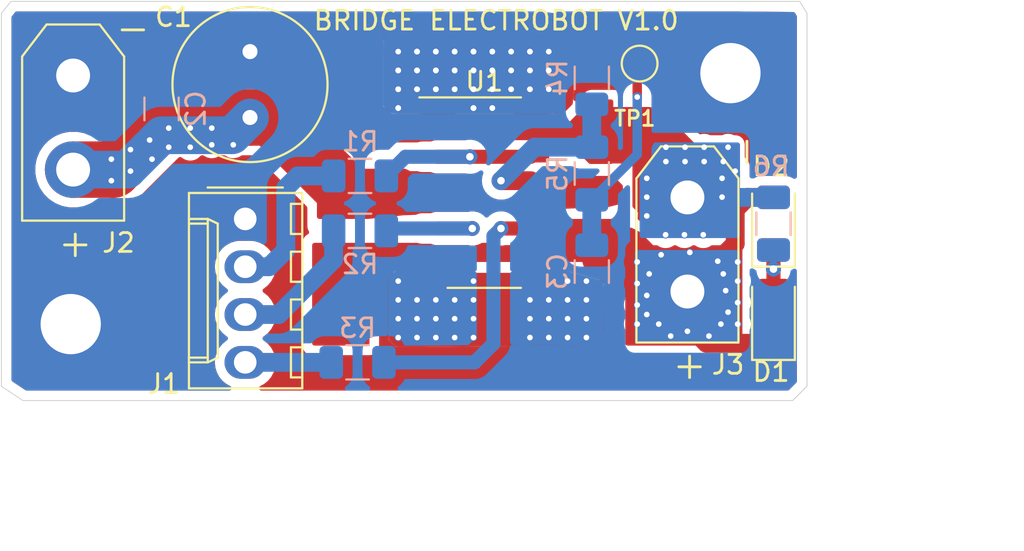
<source format=kicad_pcb>
(kicad_pcb (version 20171130) (host pcbnew 5.1.2-f72e74a~84~ubuntu18.04.1)

  (general
    (thickness 1.6)
    (drawings 19)
    (tracks 228)
    (zones 0)
    (modules 18)
    (nets 14)
  )

  (page A4)
  (title_block
    (title BridgeElectrobot)
    (rev 1.0)
    (company CRLG)
  )

  (layers
    (0 F.Cu signal)
    (31 B.Cu signal)
    (32 B.Adhes user)
    (33 F.Adhes user)
    (34 B.Paste user)
    (35 F.Paste user)
    (36 B.SilkS user)
    (37 F.SilkS user)
    (38 B.Mask user)
    (39 F.Mask user)
    (40 Dwgs.User user)
    (41 Cmts.User user)
    (42 Eco1.User user)
    (43 Eco2.User user)
    (44 Edge.Cuts user)
    (45 Margin user)
    (46 B.CrtYd user)
    (47 F.CrtYd user)
    (48 B.Fab user hide)
    (49 F.Fab user hide)
  )

  (setup
    (last_trace_width 0.25)
    (user_trace_width 0.5)
    (user_trace_width 0.75)
    (user_trace_width 1)
    (user_trace_width 2)
    (user_trace_width 3)
    (trace_clearance 0.2)
    (zone_clearance 0.508)
    (zone_45_only yes)
    (trace_min 0.2)
    (via_size 0.8)
    (via_drill 0.4)
    (via_min_size 0.4)
    (via_min_drill 0.3)
    (user_via 0.4 0.3)
    (user_via 0.5 0.3)
    (uvia_size 0.3)
    (uvia_drill 0.1)
    (uvias_allowed no)
    (uvia_min_size 0.2)
    (uvia_min_drill 0.1)
    (edge_width 0.05)
    (segment_width 0.2)
    (pcb_text_width 0.3)
    (pcb_text_size 1.5 1.5)
    (mod_edge_width 0.12)
    (mod_text_size 1 1)
    (mod_text_width 0.15)
    (pad_size 1.524 1.524)
    (pad_drill 0.762)
    (pad_to_mask_clearance 0.051)
    (solder_mask_min_width 0.25)
    (aux_axis_origin 0 0)
    (visible_elements FFFFFF7F)
    (pcbplotparams
      (layerselection 0x010fc_ffffffff)
      (usegerberextensions false)
      (usegerberattributes false)
      (usegerberadvancedattributes false)
      (creategerberjobfile false)
      (excludeedgelayer true)
      (linewidth 0.100000)
      (plotframeref false)
      (viasonmask false)
      (mode 1)
      (useauxorigin false)
      (hpglpennumber 1)
      (hpglpenspeed 20)
      (hpglpendiameter 15.000000)
      (psnegative false)
      (psa4output false)
      (plotreference true)
      (plotvalue true)
      (plotinvisibletext false)
      (padsonsilk false)
      (subtractmaskfromsilk false)
      (outputformat 1)
      (mirror false)
      (drillshape 1)
      (scaleselection 1)
      (outputdirectory ""))
  )

  (net 0 "")
  (net 1 /VCC)
  (net 2 GND)
  (net 3 "Net-(C3-Pad1)")
  (net 4 "Net-(D1-Pad2)")
  (net 5 /OUTB)
  (net 6 /_INA)
  (net 7 /_INB)
  (net 8 /_PWM)
  (net 9 /OUTA)
  (net 10 /INA)
  (net 11 /INB)
  (net 12 /PWM)
  (net 13 "Net-(R4-Pad2)")

  (net_class Default "This is the default net class."
    (clearance 0.2)
    (trace_width 0.25)
    (via_dia 0.8)
    (via_drill 0.4)
    (uvia_dia 0.3)
    (uvia_drill 0.1)
    (add_net /INA)
    (add_net /INB)
    (add_net /OUTA)
    (add_net /OUTB)
    (add_net /PWM)
    (add_net /VCC)
    (add_net /_INA)
    (add_net /_INB)
    (add_net /_PWM)
    (add_net GND)
    (add_net "Net-(C3-Pad1)")
    (add_net "Net-(D1-Pad2)")
    (add_net "Net-(R4-Pad2)")
  )

  (module Capacitor_THT:C_Radial_D8.0mm_H11.5mm_P3.50mm (layer F.Cu) (tedit 5BC5C9BA) (tstamp 5E0DB595)
    (at 122.936 94.051 90)
    (descr "C, Radial series, Radial, pin pitch=3.50mm, diameter=8mm, height=11.5mm, Non-Polar Electrolytic Capacitor")
    (tags "C Radial series Radial pin pitch 3.50mm diameter 8mm height 11.5mm Non-Polar Electrolytic Capacitor")
    (path /5E0228DD)
    (fp_text reference C1 (at 5.334 -4.064 180) (layer F.SilkS)
      (effects (font (size 1 1) (thickness 0.15)))
    )
    (fp_text value 220u (at 1.75 5.25 90) (layer F.Fab)
      (effects (font (size 1 1) (thickness 0.15)))
    )
    (fp_circle (center 1.75 0) (end 5.75 0) (layer F.Fab) (width 0.1))
    (fp_circle (center 1.75 0) (end 5.87 0) (layer F.SilkS) (width 0.12))
    (fp_circle (center 1.75 0) (end 6 0) (layer F.CrtYd) (width 0.05))
    (fp_text user %R (at 1.75 0 90) (layer F.Fab)
      (effects (font (size 1 1) (thickness 0.15)))
    )
    (pad 1 thru_hole circle (at 0 0 90) (size 1.6 1.6) (drill 0.8) (layers *.Cu *.Mask)
      (net 1 /VCC))
    (pad 2 thru_hole circle (at 3.5 0 90) (size 1.6 1.6) (drill 0.8) (layers *.Cu *.Mask)
      (net 2 GND))
    (model ${KISYS3DMOD}/Capacitor_THT.3dshapes/C_Radial_D8.0mm_H11.5mm_P3.50mm.wrl
      (at (xyz 0 0 0))
      (scale (xyz 1 1 1))
      (rotate (xyz 0 0 0))
    )
  )

  (module Capacitor_SMD:C_1206_3216Metric (layer B.Cu) (tedit 5B301BBE) (tstamp 5E0DB5A6)
    (at 118.237 93.596 90)
    (descr "Capacitor SMD 1206 (3216 Metric), square (rectangular) end terminal, IPC_7351 nominal, (Body size source: http://www.tortai-tech.com/upload/download/2011102023233369053.pdf), generated with kicad-footprint-generator")
    (tags capacitor)
    (path /5E0231AE)
    (attr smd)
    (fp_text reference C2 (at 0 1.82 270) (layer B.SilkS)
      (effects (font (size 1 1) (thickness 0.15)) (justify mirror))
    )
    (fp_text value 100n (at 0 -1.82 270) (layer B.Fab)
      (effects (font (size 1 1) (thickness 0.15)) (justify mirror))
    )
    (fp_line (start -1.6 -0.8) (end -1.6 0.8) (layer B.Fab) (width 0.1))
    (fp_line (start -1.6 0.8) (end 1.6 0.8) (layer B.Fab) (width 0.1))
    (fp_line (start 1.6 0.8) (end 1.6 -0.8) (layer B.Fab) (width 0.1))
    (fp_line (start 1.6 -0.8) (end -1.6 -0.8) (layer B.Fab) (width 0.1))
    (fp_line (start -0.602064 0.91) (end 0.602064 0.91) (layer B.SilkS) (width 0.12))
    (fp_line (start -0.602064 -0.91) (end 0.602064 -0.91) (layer B.SilkS) (width 0.12))
    (fp_line (start -2.28 -1.12) (end -2.28 1.12) (layer B.CrtYd) (width 0.05))
    (fp_line (start -2.28 1.12) (end 2.28 1.12) (layer B.CrtYd) (width 0.05))
    (fp_line (start 2.28 1.12) (end 2.28 -1.12) (layer B.CrtYd) (width 0.05))
    (fp_line (start 2.28 -1.12) (end -2.28 -1.12) (layer B.CrtYd) (width 0.05))
    (fp_text user %R (at 0 0 270) (layer B.Fab)
      (effects (font (size 0.8 0.8) (thickness 0.12)) (justify mirror))
    )
    (pad 1 smd roundrect (at -1.4 0 90) (size 1.25 1.75) (layers B.Cu B.Paste B.Mask) (roundrect_rratio 0.2)
      (net 1 /VCC))
    (pad 2 smd roundrect (at 1.4 0 90) (size 1.25 1.75) (layers B.Cu B.Paste B.Mask) (roundrect_rratio 0.2)
      (net 2 GND))
    (model ${KISYS3DMOD}/Capacitor_SMD.3dshapes/C_1206_3216Metric.wrl
      (at (xyz 0 0 0))
      (scale (xyz 1 1 1))
      (rotate (xyz 0 0 0))
    )
  )

  (module Capacitor_SMD:C_1206_3216Metric (layer B.Cu) (tedit 5B301BBE) (tstamp 5E0DB5B7)
    (at 141.097 102.238 270)
    (descr "Capacitor SMD 1206 (3216 Metric), square (rectangular) end terminal, IPC_7351 nominal, (Body size source: http://www.tortai-tech.com/upload/download/2011102023233369053.pdf), generated with kicad-footprint-generator")
    (tags capacitor)
    (path /5E067CE5)
    (attr smd)
    (fp_text reference C3 (at 0 1.82 90) (layer B.SilkS)
      (effects (font (size 1 1) (thickness 0.15)) (justify mirror))
    )
    (fp_text value 10n (at 0 -1.82 90) (layer B.Fab)
      (effects (font (size 1 1) (thickness 0.15)) (justify mirror))
    )
    (fp_text user %R (at 0 0 90) (layer B.Fab)
      (effects (font (size 0.8 0.8) (thickness 0.12)) (justify mirror))
    )
    (fp_line (start 2.28 -1.12) (end -2.28 -1.12) (layer B.CrtYd) (width 0.05))
    (fp_line (start 2.28 1.12) (end 2.28 -1.12) (layer B.CrtYd) (width 0.05))
    (fp_line (start -2.28 1.12) (end 2.28 1.12) (layer B.CrtYd) (width 0.05))
    (fp_line (start -2.28 -1.12) (end -2.28 1.12) (layer B.CrtYd) (width 0.05))
    (fp_line (start -0.602064 -0.91) (end 0.602064 -0.91) (layer B.SilkS) (width 0.12))
    (fp_line (start -0.602064 0.91) (end 0.602064 0.91) (layer B.SilkS) (width 0.12))
    (fp_line (start 1.6 -0.8) (end -1.6 -0.8) (layer B.Fab) (width 0.1))
    (fp_line (start 1.6 0.8) (end 1.6 -0.8) (layer B.Fab) (width 0.1))
    (fp_line (start -1.6 0.8) (end 1.6 0.8) (layer B.Fab) (width 0.1))
    (fp_line (start -1.6 -0.8) (end -1.6 0.8) (layer B.Fab) (width 0.1))
    (pad 2 smd roundrect (at 1.4 0 270) (size 1.25 1.75) (layers B.Cu B.Paste B.Mask) (roundrect_rratio 0.2)
      (net 2 GND))
    (pad 1 smd roundrect (at -1.4 0 270) (size 1.25 1.75) (layers B.Cu B.Paste B.Mask) (roundrect_rratio 0.2)
      (net 3 "Net-(C3-Pad1)"))
    (model ${KISYS3DMOD}/Capacitor_SMD.3dshapes/C_1206_3216Metric.wrl
      (at (xyz 0 0 0))
      (scale (xyz 1 1 1))
      (rotate (xyz 0 0 0))
    )
  )

  (module LED_SMD:LED_1206_3216Metric (layer F.Cu) (tedit 5B301BBE) (tstamp 5E0DB5CA)
    (at 150.749 104.648 90)
    (descr "LED SMD 1206 (3216 Metric), square (rectangular) end terminal, IPC_7351 nominal, (Body size source: http://www.tortai-tech.com/upload/download/2011102023233369053.pdf), generated with kicad-footprint-generator")
    (tags diode)
    (path /5E00EB12)
    (attr smd)
    (fp_text reference D1 (at -2.921 -0.127 180) (layer F.SilkS)
      (effects (font (size 1 1) (thickness 0.15)))
    )
    (fp_text value VERTE (at 0 1.82 90) (layer F.Fab)
      (effects (font (size 1 1) (thickness 0.15)))
    )
    (fp_text user %R (at 0 0 90) (layer F.Fab)
      (effects (font (size 0.8 0.8) (thickness 0.12)))
    )
    (fp_line (start 2.28 1.12) (end -2.28 1.12) (layer F.CrtYd) (width 0.05))
    (fp_line (start 2.28 -1.12) (end 2.28 1.12) (layer F.CrtYd) (width 0.05))
    (fp_line (start -2.28 -1.12) (end 2.28 -1.12) (layer F.CrtYd) (width 0.05))
    (fp_line (start -2.28 1.12) (end -2.28 -1.12) (layer F.CrtYd) (width 0.05))
    (fp_line (start -2.285 1.135) (end 1.6 1.135) (layer F.SilkS) (width 0.12))
    (fp_line (start -2.285 -1.135) (end -2.285 1.135) (layer F.SilkS) (width 0.12))
    (fp_line (start 1.6 -1.135) (end -2.285 -1.135) (layer F.SilkS) (width 0.12))
    (fp_line (start 1.6 0.8) (end 1.6 -0.8) (layer F.Fab) (width 0.1))
    (fp_line (start -1.6 0.8) (end 1.6 0.8) (layer F.Fab) (width 0.1))
    (fp_line (start -1.6 -0.4) (end -1.6 0.8) (layer F.Fab) (width 0.1))
    (fp_line (start -1.2 -0.8) (end -1.6 -0.4) (layer F.Fab) (width 0.1))
    (fp_line (start 1.6 -0.8) (end -1.2 -0.8) (layer F.Fab) (width 0.1))
    (pad 2 smd roundrect (at 1.4 0 90) (size 1.25 1.75) (layers F.Cu F.Paste F.Mask) (roundrect_rratio 0.2)
      (net 4 "Net-(D1-Pad2)"))
    (pad 1 smd roundrect (at -1.4 0 90) (size 1.25 1.75) (layers F.Cu F.Paste F.Mask) (roundrect_rratio 0.2)
      (net 5 /OUTB))
    (model ${KISYS3DMOD}/LED_SMD.3dshapes/LED_1206_3216Metric.wrl
      (at (xyz 0 0 0))
      (scale (xyz 1 1 1))
      (rotate (xyz 0 0 0))
    )
  )

  (module LED_SMD:LED_1206_3216Metric (layer F.Cu) (tedit 5B301BBE) (tstamp 5E0DB5DD)
    (at 150.749 99.692 90)
    (descr "LED SMD 1206 (3216 Metric), square (rectangular) end terminal, IPC_7351 nominal, (Body size source: http://www.tortai-tech.com/upload/download/2011102023233369053.pdf), generated with kicad-footprint-generator")
    (tags diode)
    (path /5E00E16F)
    (attr smd)
    (fp_text reference D2 (at 3.045 -0.127 180) (layer F.SilkS)
      (effects (font (size 1 1) (thickness 0.15)))
    )
    (fp_text value ROUGE (at 0 1.82 90) (layer F.Fab)
      (effects (font (size 1 1) (thickness 0.15)))
    )
    (fp_line (start 1.6 -0.8) (end -1.2 -0.8) (layer F.Fab) (width 0.1))
    (fp_line (start -1.2 -0.8) (end -1.6 -0.4) (layer F.Fab) (width 0.1))
    (fp_line (start -1.6 -0.4) (end -1.6 0.8) (layer F.Fab) (width 0.1))
    (fp_line (start -1.6 0.8) (end 1.6 0.8) (layer F.Fab) (width 0.1))
    (fp_line (start 1.6 0.8) (end 1.6 -0.8) (layer F.Fab) (width 0.1))
    (fp_line (start 1.6 -1.135) (end -2.285 -1.135) (layer F.SilkS) (width 0.12))
    (fp_line (start -2.285 -1.135) (end -2.285 1.135) (layer F.SilkS) (width 0.12))
    (fp_line (start -2.285 1.135) (end 1.6 1.135) (layer F.SilkS) (width 0.12))
    (fp_line (start -2.28 1.12) (end -2.28 -1.12) (layer F.CrtYd) (width 0.05))
    (fp_line (start -2.28 -1.12) (end 2.28 -1.12) (layer F.CrtYd) (width 0.05))
    (fp_line (start 2.28 -1.12) (end 2.28 1.12) (layer F.CrtYd) (width 0.05))
    (fp_line (start 2.28 1.12) (end -2.28 1.12) (layer F.CrtYd) (width 0.05))
    (fp_text user %R (at 0 0 90) (layer F.Fab)
      (effects (font (size 0.8 0.8) (thickness 0.12)))
    )
    (pad 1 smd roundrect (at -1.4 0 90) (size 1.25 1.75) (layers F.Cu F.Paste F.Mask) (roundrect_rratio 0.2)
      (net 4 "Net-(D1-Pad2)"))
    (pad 2 smd roundrect (at 1.4 0 90) (size 1.25 1.75) (layers F.Cu F.Paste F.Mask) (roundrect_rratio 0.2)
      (net 5 /OUTB))
    (model ${KISYS3DMOD}/LED_SMD.3dshapes/LED_1206_3216Metric.wrl
      (at (xyz 0 0 0))
      (scale (xyz 1 1 1))
      (rotate (xyz 0 0 0))
    )
  )

  (module MountingHole:MountingHole_3.2mm_M3 (layer F.Cu) (tedit 56D1B4CB) (tstamp 5E0DB5E5)
    (at 148.463 91.694)
    (descr "Mounting Hole 3.2mm, no annular, M3")
    (tags "mounting hole 3.2mm no annular m3")
    (path /5E02CB1D)
    (attr virtual)
    (fp_text reference H1 (at 0 -4.2) (layer F.SilkS) hide
      (effects (font (size 1 1) (thickness 0.15)))
    )
    (fp_text value MountingHole_Pad (at 0 4.2) (layer F.Fab)
      (effects (font (size 1 1) (thickness 0.15)))
    )
    (fp_circle (center 0 0) (end 3.45 0) (layer F.CrtYd) (width 0.05))
    (fp_circle (center 0 0) (end 3.2 0) (layer Cmts.User) (width 0.15))
    (fp_text user %R (at 0.3 0) (layer F.Fab)
      (effects (font (size 1 1) (thickness 0.15)))
    )
    (pad 1 np_thru_hole circle (at 0 0) (size 3.2 3.2) (drill 3.2) (layers *.Cu *.Mask)
      (net 2 GND))
  )

  (module MountingHole:MountingHole_3.2mm_M3 (layer F.Cu) (tedit 56D1B4CB) (tstamp 5E0DBAC5)
    (at 113.411 105.029)
    (descr "Mounting Hole 3.2mm, no annular, M3")
    (tags "mounting hole 3.2mm no annular m3")
    (path /5E02A46F)
    (attr virtual)
    (fp_text reference H2 (at -2.286 -3.81) (layer F.SilkS) hide
      (effects (font (size 1 1) (thickness 0.15)))
    )
    (fp_text value MountingHole_Pad (at 0 4.2) (layer F.Fab) hide
      (effects (font (size 1 1) (thickness 0.15)))
    )
    (fp_text user %R (at 0.3 0) (layer F.Fab)
      (effects (font (size 1 1) (thickness 0.15)))
    )
    (fp_circle (center 0 0) (end 3.2 0) (layer Cmts.User) (width 0.15))
    (fp_circle (center 0 0) (end 3.45 0) (layer F.CrtYd) (width 0.05))
    (pad 1 np_thru_hole circle (at 0 0) (size 3.2 3.2) (drill 3.2) (layers *.Cu *.Mask)
      (net 2 GND))
  )

  (module Connector_Molex:Molex_KK-254_AE-6410-04A_1x04_P2.54mm_Vertical (layer F.Cu) (tedit 5B78013E) (tstamp 5E0DB619)
    (at 122.682 99.441 270)
    (descr "Molex KK-254 Interconnect System, old/engineering part number: AE-6410-04A example for new part number: 22-27-2041, 4 Pins (http://www.molex.com/pdm_docs/sd/022272021_sd.pdf), generated with kicad-footprint-generator")
    (tags "connector Molex KK-254 side entry")
    (path /5E00004D)
    (fp_text reference J1 (at 8.763 4.318 180) (layer F.SilkS)
      (effects (font (size 1 1) (thickness 0.15)))
    )
    (fp_text value Conn_01x04 (at 3.81 4.08 90) (layer F.Fab)
      (effects (font (size 1 1) (thickness 0.15)))
    )
    (fp_line (start -1.27 -2.92) (end -1.27 2.88) (layer F.Fab) (width 0.1))
    (fp_line (start -1.27 2.88) (end 8.89 2.88) (layer F.Fab) (width 0.1))
    (fp_line (start 8.89 2.88) (end 8.89 -2.92) (layer F.Fab) (width 0.1))
    (fp_line (start 8.89 -2.92) (end -1.27 -2.92) (layer F.Fab) (width 0.1))
    (fp_line (start -1.38 -3.03) (end -1.38 2.99) (layer F.SilkS) (width 0.12))
    (fp_line (start -1.38 2.99) (end 9 2.99) (layer F.SilkS) (width 0.12))
    (fp_line (start 9 2.99) (end 9 -3.03) (layer F.SilkS) (width 0.12))
    (fp_line (start 9 -3.03) (end -1.38 -3.03) (layer F.SilkS) (width 0.12))
    (fp_line (start -1.67 -2) (end -1.67 2) (layer F.SilkS) (width 0.12))
    (fp_line (start -1.27 -0.5) (end -0.562893 0) (layer F.Fab) (width 0.1))
    (fp_line (start -0.562893 0) (end -1.27 0.5) (layer F.Fab) (width 0.1))
    (fp_line (start 0 2.99) (end 0 1.99) (layer F.SilkS) (width 0.12))
    (fp_line (start 0 1.99) (end 7.62 1.99) (layer F.SilkS) (width 0.12))
    (fp_line (start 7.62 1.99) (end 7.62 2.99) (layer F.SilkS) (width 0.12))
    (fp_line (start 0 1.99) (end 0.25 1.46) (layer F.SilkS) (width 0.12))
    (fp_line (start 0.25 1.46) (end 7.37 1.46) (layer F.SilkS) (width 0.12))
    (fp_line (start 7.37 1.46) (end 7.62 1.99) (layer F.SilkS) (width 0.12))
    (fp_line (start 0.25 2.99) (end 0.25 1.99) (layer F.SilkS) (width 0.12))
    (fp_line (start 7.37 2.99) (end 7.37 1.99) (layer F.SilkS) (width 0.12))
    (fp_line (start -0.8 -3.03) (end -0.8 -2.43) (layer F.SilkS) (width 0.12))
    (fp_line (start -0.8 -2.43) (end 0.8 -2.43) (layer F.SilkS) (width 0.12))
    (fp_line (start 0.8 -2.43) (end 0.8 -3.03) (layer F.SilkS) (width 0.12))
    (fp_line (start 1.74 -3.03) (end 1.74 -2.43) (layer F.SilkS) (width 0.12))
    (fp_line (start 1.74 -2.43) (end 3.34 -2.43) (layer F.SilkS) (width 0.12))
    (fp_line (start 3.34 -2.43) (end 3.34 -3.03) (layer F.SilkS) (width 0.12))
    (fp_line (start 4.28 -3.03) (end 4.28 -2.43) (layer F.SilkS) (width 0.12))
    (fp_line (start 4.28 -2.43) (end 5.88 -2.43) (layer F.SilkS) (width 0.12))
    (fp_line (start 5.88 -2.43) (end 5.88 -3.03) (layer F.SilkS) (width 0.12))
    (fp_line (start 6.82 -3.03) (end 6.82 -2.43) (layer F.SilkS) (width 0.12))
    (fp_line (start 6.82 -2.43) (end 8.42 -2.43) (layer F.SilkS) (width 0.12))
    (fp_line (start 8.42 -2.43) (end 8.42 -3.03) (layer F.SilkS) (width 0.12))
    (fp_line (start -1.77 -3.42) (end -1.77 3.38) (layer F.CrtYd) (width 0.05))
    (fp_line (start -1.77 3.38) (end 9.39 3.38) (layer F.CrtYd) (width 0.05))
    (fp_line (start 9.39 3.38) (end 9.39 -3.42) (layer F.CrtYd) (width 0.05))
    (fp_line (start 9.39 -3.42) (end -1.77 -3.42) (layer F.CrtYd) (width 0.05))
    (fp_text user %R (at 3.81 -2.22 90) (layer F.Fab)
      (effects (font (size 1 1) (thickness 0.15)))
    )
    (pad 1 thru_hole roundrect (at 0 0 270) (size 1.74 2.2) (drill 1.2) (layers *.Cu *.Mask) (roundrect_rratio 0.143678)
      (net 2 GND))
    (pad 2 thru_hole oval (at 2.54 0 270) (size 1.74 2.2) (drill 1.2) (layers *.Cu *.Mask)
      (net 6 /_INA))
    (pad 3 thru_hole oval (at 5.08 0 270) (size 1.74 2.2) (drill 1.2) (layers *.Cu *.Mask)
      (net 7 /_INB))
    (pad 4 thru_hole oval (at 7.62 0 270) (size 1.74 2.2) (drill 1.2) (layers *.Cu *.Mask)
      (net 8 /_PWM))
    (model ${KISYS3DMOD}/Connector_Molex.3dshapes/Molex_KK-254_AE-6410-04A_1x04_P2.54mm_Vertical.wrl
      (at (xyz 0 0 0))
      (scale (xyz 1 1 1))
      (rotate (xyz 0 0 0))
    )
  )

  (module XT30:AMASS_XT30UPB-M_1x02_P5.0mm_Vertical (layer F.Cu) (tedit 5C8E9BD9) (tstamp 5E0DB634)
    (at 113.538 91.821 270)
    (descr "Connector XT30 Vertical PCB Male, https://www.tme.eu/en/Document/4acc913878197f8c2e30d4b8cdc47230/XT30UPB%20SPEC.pdf")
    (tags "RC Connector XT30")
    (path /5DFFEE77)
    (fp_text reference J2 (at 8.89 -2.413 180) (layer F.SilkS)
      (effects (font (size 1 1) (thickness 0.15)))
    )
    (fp_text value Conn_XT30M (at 2.5 4 90) (layer F.Fab)
      (effects (font (size 1 1) (thickness 0.15)))
    )
    (fp_text user + (at 9 0 90) (layer F.SilkS)
      (effects (font (size 1.5 1.5) (thickness 0.15)))
    )
    (fp_text user - (at -2.54 -3.175 180) (layer F.SilkS)
      (effects (font (size 1.5 1.5) (thickness 0.15)))
    )
    (fp_line (start -3.1 1.8) (end -1.4 3.1) (layer F.CrtYd) (width 0.05))
    (fp_line (start -3.1 -1.8) (end -1.4 -3.1) (layer F.CrtYd) (width 0.05))
    (fp_line (start -1.4 3.1) (end 8.1 3.1) (layer F.CrtYd) (width 0.05))
    (fp_line (start -3.1 -1.8) (end -3.1 1.8) (layer F.CrtYd) (width 0.05))
    (fp_line (start 8.1 -3.1) (end 8.1 3.1) (layer F.CrtYd) (width 0.05))
    (fp_line (start -1.4 -3.1) (end 8.1 -3.1) (layer F.CrtYd) (width 0.05))
    (fp_line (start -2.71 -1.41) (end -2.71 1.41) (layer F.SilkS) (width 0.12))
    (fp_line (start -2.71 1.41) (end -1.01 2.71) (layer F.SilkS) (width 0.12))
    (fp_line (start -2.71 -1.41) (end -1.01 -2.71) (layer F.SilkS) (width 0.12))
    (fp_line (start -1.01 2.71) (end 7.71 2.71) (layer F.SilkS) (width 0.12))
    (fp_line (start 7.71 -2.71) (end 7.71 2.71) (layer F.SilkS) (width 0.12))
    (fp_line (start -1.01 -2.71) (end 7.71 -2.71) (layer F.SilkS) (width 0.12))
    (fp_line (start -2.6 1.3) (end -0.9 2.6) (layer F.Fab) (width 0.1))
    (fp_line (start -2.6 -1.3) (end -0.9 -2.6) (layer F.Fab) (width 0.1))
    (fp_line (start -0.9 2.6) (end 7.6 2.6) (layer F.Fab) (width 0.1))
    (fp_line (start -0.9 -2.6) (end 7.6 -2.6) (layer F.Fab) (width 0.1))
    (fp_line (start 7.6 -2.6) (end 7.6 2.6) (layer F.Fab) (width 0.1))
    (fp_line (start -2.6 -1.3) (end -2.6 1.3) (layer F.Fab) (width 0.1))
    (fp_text user %R (at 2.5 0 90) (layer F.Fab)
      (effects (font (size 1 1) (thickness 0.15)))
    )
    (pad 2 thru_hole circle (at 5 0 270) (size 3 3) (drill 1.8) (layers *.Cu *.Mask)
      (net 1 /VCC))
    (pad 1 thru_hole rect (at 0 0 270) (size 3 3) (drill 1.8) (layers *.Cu *.Mask)
      (net 2 GND))
    (model ${KISYS3DMOD}/Connector_AMASS.3dshapes/AMASS_XT30UPB-M_1x02_P5.0mm_Vertical.wrl
      (at (xyz 0 0 0))
      (scale (xyz 1 1 1))
      (rotate (xyz 0 0 0))
    )
  )

  (module XT30:AMASS_XT30UPB-F_1x02_P5.0mm_Vertical (layer F.Cu) (tedit 5C8E9B79) (tstamp 5E0DB64F)
    (at 146.177 98.298 270)
    (descr "Connector XT30 Vertical PCB Female, https://www.tme.eu/en/Document/4acc913878197f8c2e30d4b8cdc47230/XT30UPB%20SPEC.pdf")
    (tags "RC Connector XT30")
    (path /5DFFFCEE)
    (fp_text reference J3 (at 8.89 -2.159 180) (layer F.SilkS)
      (effects (font (size 1 1) (thickness 0.15)))
    )
    (fp_text value Conn_XT30F (at 2.5 4 90) (layer F.Fab)
      (effects (font (size 1 1) (thickness 0.15)))
    )
    (fp_text user - (at -2.413 -3.048 90) (layer F.SilkS)
      (effects (font (size 1.5 1.5) (thickness 0.15)))
    )
    (fp_text user + (at 9 0 90) (layer F.SilkS)
      (effects (font (size 1.5 1.5) (thickness 0.15)))
    )
    (fp_line (start -3.1 1.8) (end -1.4 3.1) (layer F.CrtYd) (width 0.05))
    (fp_line (start -3.1 -1.8) (end -1.4 -3.1) (layer F.CrtYd) (width 0.05))
    (fp_line (start -1.4 3.1) (end 8.1 3.1) (layer F.CrtYd) (width 0.05))
    (fp_line (start -3.1 -1.8) (end -3.1 1.8) (layer F.CrtYd) (width 0.05))
    (fp_line (start 8.1 -3.1) (end 8.1 3.1) (layer F.CrtYd) (width 0.05))
    (fp_line (start -1.4 -3.1) (end 8.1 -3.1) (layer F.CrtYd) (width 0.05))
    (fp_line (start -2.71 -1.41) (end -2.71 1.41) (layer F.SilkS) (width 0.12))
    (fp_line (start -2.71 1.41) (end -1.01 2.71) (layer F.SilkS) (width 0.12))
    (fp_line (start -2.71 -1.41) (end -1.01 -2.71) (layer F.SilkS) (width 0.12))
    (fp_line (start -1.01 2.71) (end 7.71 2.71) (layer F.SilkS) (width 0.12))
    (fp_line (start 7.71 -2.71) (end 7.71 2.71) (layer F.SilkS) (width 0.12))
    (fp_line (start -1.01 -2.71) (end 7.71 -2.71) (layer F.SilkS) (width 0.12))
    (fp_line (start -2.6 1.3) (end -0.9 2.6) (layer F.Fab) (width 0.1))
    (fp_line (start -2.6 -1.3) (end -0.9 -2.6) (layer F.Fab) (width 0.1))
    (fp_line (start -0.9 2.6) (end 7.6 2.6) (layer F.Fab) (width 0.1))
    (fp_line (start -0.9 -2.6) (end 7.6 -2.6) (layer F.Fab) (width 0.1))
    (fp_line (start 7.6 -2.6) (end 7.6 2.6) (layer F.Fab) (width 0.1))
    (fp_line (start -2.6 -1.3) (end -2.6 1.3) (layer F.Fab) (width 0.1))
    (fp_text user %R (at 2.5 0 90) (layer F.Fab)
      (effects (font (size 1 1) (thickness 0.15)))
    )
    (pad 2 thru_hole circle (at 5 0 270) (size 3 3) (drill 1.8) (layers *.Cu *.Mask)
      (net 5 /OUTB))
    (pad 1 thru_hole rect (at 0 0 270) (size 3 3) (drill 1.8) (layers *.Cu *.Mask)
      (net 9 /OUTA))
    (model ${KISYS3DMOD}/Connector_AMASS.3dshapes/AMASS_XT30UPB-F_1x02_P5.0mm_Vertical.wrl
      (at (xyz 0 0 0))
      (scale (xyz 1 1 1))
      (rotate (xyz 0 0 0))
    )
  )

  (module Resistor_SMD:R_1206_3216Metric (layer B.Cu) (tedit 5B301BBD) (tstamp 5E0DB660)
    (at 128.781 97.155 180)
    (descr "Resistor SMD 1206 (3216 Metric), square (rectangular) end terminal, IPC_7351 nominal, (Body size source: http://www.tortai-tech.com/upload/download/2011102023233369053.pdf), generated with kicad-footprint-generator")
    (tags resistor)
    (path /5E01A216)
    (attr smd)
    (fp_text reference R1 (at 0 1.82) (layer B.SilkS)
      (effects (font (size 1 1) (thickness 0.15)) (justify mirror))
    )
    (fp_text value 1k (at 0 -1.82) (layer B.Fab)
      (effects (font (size 1 1) (thickness 0.15)) (justify mirror))
    )
    (fp_text user %R (at 0 0) (layer B.Fab)
      (effects (font (size 0.8 0.8) (thickness 0.12)) (justify mirror))
    )
    (fp_line (start 2.28 -1.12) (end -2.28 -1.12) (layer B.CrtYd) (width 0.05))
    (fp_line (start 2.28 1.12) (end 2.28 -1.12) (layer B.CrtYd) (width 0.05))
    (fp_line (start -2.28 1.12) (end 2.28 1.12) (layer B.CrtYd) (width 0.05))
    (fp_line (start -2.28 -1.12) (end -2.28 1.12) (layer B.CrtYd) (width 0.05))
    (fp_line (start -0.602064 -0.91) (end 0.602064 -0.91) (layer B.SilkS) (width 0.12))
    (fp_line (start -0.602064 0.91) (end 0.602064 0.91) (layer B.SilkS) (width 0.12))
    (fp_line (start 1.6 -0.8) (end -1.6 -0.8) (layer B.Fab) (width 0.1))
    (fp_line (start 1.6 0.8) (end 1.6 -0.8) (layer B.Fab) (width 0.1))
    (fp_line (start -1.6 0.8) (end 1.6 0.8) (layer B.Fab) (width 0.1))
    (fp_line (start -1.6 -0.8) (end -1.6 0.8) (layer B.Fab) (width 0.1))
    (pad 2 smd roundrect (at 1.4 0 180) (size 1.25 1.75) (layers B.Cu B.Paste B.Mask) (roundrect_rratio 0.2)
      (net 6 /_INA))
    (pad 1 smd roundrect (at -1.4 0 180) (size 1.25 1.75) (layers B.Cu B.Paste B.Mask) (roundrect_rratio 0.2)
      (net 10 /INA))
    (model ${KISYS3DMOD}/Resistor_SMD.3dshapes/R_1206_3216Metric.wrl
      (at (xyz 0 0 0))
      (scale (xyz 1 1 1))
      (rotate (xyz 0 0 0))
    )
  )

  (module Resistor_SMD:R_1206_3216Metric (layer B.Cu) (tedit 5B301BBD) (tstamp 5E0DB671)
    (at 128.778 100.076 180)
    (descr "Resistor SMD 1206 (3216 Metric), square (rectangular) end terminal, IPC_7351 nominal, (Body size source: http://www.tortai-tech.com/upload/download/2011102023233369053.pdf), generated with kicad-footprint-generator")
    (tags resistor)
    (path /5E01AA22)
    (attr smd)
    (fp_text reference R2 (at 0 -1.778) (layer B.SilkS)
      (effects (font (size 1 1) (thickness 0.15)) (justify mirror))
    )
    (fp_text value 1k (at 0 -1.82) (layer B.Fab)
      (effects (font (size 1 1) (thickness 0.15)) (justify mirror))
    )
    (fp_line (start -1.6 -0.8) (end -1.6 0.8) (layer B.Fab) (width 0.1))
    (fp_line (start -1.6 0.8) (end 1.6 0.8) (layer B.Fab) (width 0.1))
    (fp_line (start 1.6 0.8) (end 1.6 -0.8) (layer B.Fab) (width 0.1))
    (fp_line (start 1.6 -0.8) (end -1.6 -0.8) (layer B.Fab) (width 0.1))
    (fp_line (start -0.602064 0.91) (end 0.602064 0.91) (layer B.SilkS) (width 0.12))
    (fp_line (start -0.602064 -0.91) (end 0.602064 -0.91) (layer B.SilkS) (width 0.12))
    (fp_line (start -2.28 -1.12) (end -2.28 1.12) (layer B.CrtYd) (width 0.05))
    (fp_line (start -2.28 1.12) (end 2.28 1.12) (layer B.CrtYd) (width 0.05))
    (fp_line (start 2.28 1.12) (end 2.28 -1.12) (layer B.CrtYd) (width 0.05))
    (fp_line (start 2.28 -1.12) (end -2.28 -1.12) (layer B.CrtYd) (width 0.05))
    (fp_text user %R (at 0 0) (layer B.Fab)
      (effects (font (size 0.8 0.8) (thickness 0.12)) (justify mirror))
    )
    (pad 1 smd roundrect (at -1.4 0 180) (size 1.25 1.75) (layers B.Cu B.Paste B.Mask) (roundrect_rratio 0.2)
      (net 11 /INB))
    (pad 2 smd roundrect (at 1.4 0 180) (size 1.25 1.75) (layers B.Cu B.Paste B.Mask) (roundrect_rratio 0.2)
      (net 7 /_INB))
    (model ${KISYS3DMOD}/Resistor_SMD.3dshapes/R_1206_3216Metric.wrl
      (at (xyz 0 0 0))
      (scale (xyz 1 1 1))
      (rotate (xyz 0 0 0))
    )
  )

  (module Resistor_SMD:R_1206_3216Metric (layer B.Cu) (tedit 5B301BBD) (tstamp 5E0DB682)
    (at 128.651 107.061 180)
    (descr "Resistor SMD 1206 (3216 Metric), square (rectangular) end terminal, IPC_7351 nominal, (Body size source: http://www.tortai-tech.com/upload/download/2011102023233369053.pdf), generated with kicad-footprint-generator")
    (tags resistor)
    (path /5E01BB40)
    (attr smd)
    (fp_text reference R3 (at 0 1.82) (layer B.SilkS)
      (effects (font (size 1 1) (thickness 0.15)) (justify mirror))
    )
    (fp_text value 1k (at 0 -1.82) (layer B.Fab)
      (effects (font (size 1 1) (thickness 0.15)) (justify mirror))
    )
    (fp_text user %R (at 0 0) (layer B.Fab)
      (effects (font (size 0.8 0.8) (thickness 0.12)) (justify mirror))
    )
    (fp_line (start 2.28 -1.12) (end -2.28 -1.12) (layer B.CrtYd) (width 0.05))
    (fp_line (start 2.28 1.12) (end 2.28 -1.12) (layer B.CrtYd) (width 0.05))
    (fp_line (start -2.28 1.12) (end 2.28 1.12) (layer B.CrtYd) (width 0.05))
    (fp_line (start -2.28 -1.12) (end -2.28 1.12) (layer B.CrtYd) (width 0.05))
    (fp_line (start -0.602064 -0.91) (end 0.602064 -0.91) (layer B.SilkS) (width 0.12))
    (fp_line (start -0.602064 0.91) (end 0.602064 0.91) (layer B.SilkS) (width 0.12))
    (fp_line (start 1.6 -0.8) (end -1.6 -0.8) (layer B.Fab) (width 0.1))
    (fp_line (start 1.6 0.8) (end 1.6 -0.8) (layer B.Fab) (width 0.1))
    (fp_line (start -1.6 0.8) (end 1.6 0.8) (layer B.Fab) (width 0.1))
    (fp_line (start -1.6 -0.8) (end -1.6 0.8) (layer B.Fab) (width 0.1))
    (pad 2 smd roundrect (at 1.4 0 180) (size 1.25 1.75) (layers B.Cu B.Paste B.Mask) (roundrect_rratio 0.2)
      (net 8 /_PWM))
    (pad 1 smd roundrect (at -1.4 0 180) (size 1.25 1.75) (layers B.Cu B.Paste B.Mask) (roundrect_rratio 0.2)
      (net 12 /PWM))
    (model ${KISYS3DMOD}/Resistor_SMD.3dshapes/R_1206_3216Metric.wrl
      (at (xyz 0 0 0))
      (scale (xyz 1 1 1))
      (rotate (xyz 0 0 0))
    )
  )

  (module Resistor_SMD:R_1206_3216Metric (layer B.Cu) (tedit 5B301BBD) (tstamp 5E0DB693)
    (at 141.097 91.951 270)
    (descr "Resistor SMD 1206 (3216 Metric), square (rectangular) end terminal, IPC_7351 nominal, (Body size source: http://www.tortai-tech.com/upload/download/2011102023233369053.pdf), generated with kicad-footprint-generator")
    (tags resistor)
    (path /5E067124)
    (attr smd)
    (fp_text reference R4 (at 0 1.82 90) (layer B.SilkS)
      (effects (font (size 1 1) (thickness 0.15)) (justify mirror))
    )
    (fp_text value R (at 0 -1.82 90) (layer B.Fab)
      (effects (font (size 1 1) (thickness 0.15)) (justify mirror))
    )
    (fp_line (start -1.6 -0.8) (end -1.6 0.8) (layer B.Fab) (width 0.1))
    (fp_line (start -1.6 0.8) (end 1.6 0.8) (layer B.Fab) (width 0.1))
    (fp_line (start 1.6 0.8) (end 1.6 -0.8) (layer B.Fab) (width 0.1))
    (fp_line (start 1.6 -0.8) (end -1.6 -0.8) (layer B.Fab) (width 0.1))
    (fp_line (start -0.602064 0.91) (end 0.602064 0.91) (layer B.SilkS) (width 0.12))
    (fp_line (start -0.602064 -0.91) (end 0.602064 -0.91) (layer B.SilkS) (width 0.12))
    (fp_line (start -2.28 -1.12) (end -2.28 1.12) (layer B.CrtYd) (width 0.05))
    (fp_line (start -2.28 1.12) (end 2.28 1.12) (layer B.CrtYd) (width 0.05))
    (fp_line (start 2.28 1.12) (end 2.28 -1.12) (layer B.CrtYd) (width 0.05))
    (fp_line (start 2.28 -1.12) (end -2.28 -1.12) (layer B.CrtYd) (width 0.05))
    (fp_text user %R (at 0 0 90) (layer B.Fab)
      (effects (font (size 0.8 0.8) (thickness 0.12)) (justify mirror))
    )
    (pad 1 smd roundrect (at -1.4 0 270) (size 1.25 1.75) (layers B.Cu B.Paste B.Mask) (roundrect_rratio 0.2)
      (net 2 GND))
    (pad 2 smd roundrect (at 1.4 0 270) (size 1.25 1.75) (layers B.Cu B.Paste B.Mask) (roundrect_rratio 0.2)
      (net 13 "Net-(R4-Pad2)"))
    (model ${KISYS3DMOD}/Resistor_SMD.3dshapes/R_1206_3216Metric.wrl
      (at (xyz 0 0 0))
      (scale (xyz 1 1 1))
      (rotate (xyz 0 0 0))
    )
  )

  (module Resistor_SMD:R_1206_3216Metric (layer B.Cu) (tedit 5B301BBD) (tstamp 5E0DB6A4)
    (at 141.097 97.028 270)
    (descr "Resistor SMD 1206 (3216 Metric), square (rectangular) end terminal, IPC_7351 nominal, (Body size source: http://www.tortai-tech.com/upload/download/2011102023233369053.pdf), generated with kicad-footprint-generator")
    (tags resistor)
    (path /5E0678DF)
    (attr smd)
    (fp_text reference R5 (at 0 1.82 90) (layer B.SilkS)
      (effects (font (size 1 1) (thickness 0.15)) (justify mirror))
    )
    (fp_text value 10k (at 0 -1.82 90) (layer B.Fab)
      (effects (font (size 1 1) (thickness 0.15)) (justify mirror))
    )
    (fp_text user %R (at 0 0 90) (layer B.Fab)
      (effects (font (size 0.8 0.8) (thickness 0.12)) (justify mirror))
    )
    (fp_line (start 2.28 -1.12) (end -2.28 -1.12) (layer B.CrtYd) (width 0.05))
    (fp_line (start 2.28 1.12) (end 2.28 -1.12) (layer B.CrtYd) (width 0.05))
    (fp_line (start -2.28 1.12) (end 2.28 1.12) (layer B.CrtYd) (width 0.05))
    (fp_line (start -2.28 -1.12) (end -2.28 1.12) (layer B.CrtYd) (width 0.05))
    (fp_line (start -0.602064 -0.91) (end 0.602064 -0.91) (layer B.SilkS) (width 0.12))
    (fp_line (start -0.602064 0.91) (end 0.602064 0.91) (layer B.SilkS) (width 0.12))
    (fp_line (start 1.6 -0.8) (end -1.6 -0.8) (layer B.Fab) (width 0.1))
    (fp_line (start 1.6 0.8) (end 1.6 -0.8) (layer B.Fab) (width 0.1))
    (fp_line (start -1.6 0.8) (end 1.6 0.8) (layer B.Fab) (width 0.1))
    (fp_line (start -1.6 -0.8) (end -1.6 0.8) (layer B.Fab) (width 0.1))
    (pad 2 smd roundrect (at 1.4 0 270) (size 1.25 1.75) (layers B.Cu B.Paste B.Mask) (roundrect_rratio 0.2)
      (net 3 "Net-(C3-Pad1)"))
    (pad 1 smd roundrect (at -1.4 0 270) (size 1.25 1.75) (layers B.Cu B.Paste B.Mask) (roundrect_rratio 0.2)
      (net 13 "Net-(R4-Pad2)"))
    (model ${KISYS3DMOD}/Resistor_SMD.3dshapes/R_1206_3216Metric.wrl
      (at (xyz 0 0 0))
      (scale (xyz 1 1 1))
      (rotate (xyz 0 0 0))
    )
  )

  (module Resistor_SMD:R_1206_3216Metric (layer B.Cu) (tedit 5B301BBD) (tstamp 5E0E1266)
    (at 150.749 99.695 90)
    (descr "Resistor SMD 1206 (3216 Metric), square (rectangular) end terminal, IPC_7351 nominal, (Body size source: http://www.tortai-tech.com/upload/download/2011102023233369053.pdf), generated with kicad-footprint-generator")
    (tags resistor)
    (path /5E011925)
    (attr smd)
    (fp_text reference R6 (at 3.048 -0.127 180) (layer B.SilkS)
      (effects (font (size 1 1) (thickness 0.15)) (justify mirror))
    )
    (fp_text value 4.7k (at 0 -1.82 90) (layer B.Fab)
      (effects (font (size 1 1) (thickness 0.15)) (justify mirror))
    )
    (fp_line (start -1.6 -0.8) (end -1.6 0.8) (layer B.Fab) (width 0.1))
    (fp_line (start -1.6 0.8) (end 1.6 0.8) (layer B.Fab) (width 0.1))
    (fp_line (start 1.6 0.8) (end 1.6 -0.8) (layer B.Fab) (width 0.1))
    (fp_line (start 1.6 -0.8) (end -1.6 -0.8) (layer B.Fab) (width 0.1))
    (fp_line (start -0.602064 0.91) (end 0.602064 0.91) (layer B.SilkS) (width 0.12))
    (fp_line (start -0.602064 -0.91) (end 0.602064 -0.91) (layer B.SilkS) (width 0.12))
    (fp_line (start -2.28 -1.12) (end -2.28 1.12) (layer B.CrtYd) (width 0.05))
    (fp_line (start -2.28 1.12) (end 2.28 1.12) (layer B.CrtYd) (width 0.05))
    (fp_line (start 2.28 1.12) (end 2.28 -1.12) (layer B.CrtYd) (width 0.05))
    (fp_line (start 2.28 -1.12) (end -2.28 -1.12) (layer B.CrtYd) (width 0.05))
    (fp_text user %R (at 0 0 90) (layer B.Fab)
      (effects (font (size 0.8 0.8) (thickness 0.12)) (justify mirror))
    )
    (pad 1 smd roundrect (at -1.4 0 90) (size 1.25 1.75) (layers B.Cu B.Paste B.Mask) (roundrect_rratio 0.2)
      (net 4 "Net-(D1-Pad2)"))
    (pad 2 smd roundrect (at 1.4 0 90) (size 1.25 1.75) (layers B.Cu B.Paste B.Mask) (roundrect_rratio 0.2)
      (net 9 /OUTA))
    (model ${KISYS3DMOD}/Resistor_SMD.3dshapes/R_1206_3216Metric.wrl
      (at (xyz 0 0 0))
      (scale (xyz 1 1 1))
      (rotate (xyz 0 0 0))
    )
  )

  (module TestPoint:TestPoint_Pad_D1.5mm (layer F.Cu) (tedit 5A0F774F) (tstamp 5E0DB6BD)
    (at 143.637 91.186)
    (descr "SMD pad as test Point, diameter 1.5mm")
    (tags "test point SMD pad")
    (path /5E0684A1)
    (attr virtual)
    (fp_text reference TP1 (at -0.254 2.921) (layer F.SilkS)
      (effects (font (size 0.8 0.8) (thickness 0.15)))
    )
    (fp_text value TestPoint (at 0 1.75) (layer F.Fab)
      (effects (font (size 1 1) (thickness 0.15)))
    )
    (fp_text user %R (at 0 -1.65) (layer F.Fab)
      (effects (font (size 1 1) (thickness 0.15)))
    )
    (fp_circle (center 0 0) (end 1.25 0) (layer F.CrtYd) (width 0.05))
    (fp_circle (center 0 0) (end 0 0.95) (layer F.SilkS) (width 0.12))
    (pad 1 smd circle (at 0 0) (size 1.5 1.5) (layers F.Cu F.Mask)
      (net 3 "Net-(C3-Pad1)"))
  )

  (module Package_SO:SOIC-16_3.9x9.9mm_P1.27mm (layer F.Cu) (tedit 5C97300E) (tstamp 5E0DB6DF)
    (at 135.382 98.044)
    (descr "SOIC, 16 Pin (JEDEC MS-012AC, https://www.analog.com/media/en/package-pcb-resources/package/pkg_pdf/soic_narrow-r/r_16.pdf), generated with kicad-footprint-generator ipc_gullwing_generator.py")
    (tags "SOIC SO")
    (path /5E00B43A)
    (attr smd)
    (fp_text reference U1 (at 0 -5.9) (layer F.SilkS)
      (effects (font (size 1 1) (thickness 0.15)))
    )
    (fp_text value VNH7070AS (at 0 5.9) (layer F.Fab)
      (effects (font (size 1 1) (thickness 0.15)))
    )
    (fp_line (start 0 5.06) (end 1.95 5.06) (layer F.SilkS) (width 0.12))
    (fp_line (start 0 5.06) (end -1.95 5.06) (layer F.SilkS) (width 0.12))
    (fp_line (start 0 -5.06) (end 1.95 -5.06) (layer F.SilkS) (width 0.12))
    (fp_line (start 0 -5.06) (end -3.45 -5.06) (layer F.SilkS) (width 0.12))
    (fp_line (start -0.975 -4.95) (end 1.95 -4.95) (layer F.Fab) (width 0.1))
    (fp_line (start 1.95 -4.95) (end 1.95 4.95) (layer F.Fab) (width 0.1))
    (fp_line (start 1.95 4.95) (end -1.95 4.95) (layer F.Fab) (width 0.1))
    (fp_line (start -1.95 4.95) (end -1.95 -3.975) (layer F.Fab) (width 0.1))
    (fp_line (start -1.95 -3.975) (end -0.975 -4.95) (layer F.Fab) (width 0.1))
    (fp_line (start -3.7 -5.2) (end -3.7 5.2) (layer F.CrtYd) (width 0.05))
    (fp_line (start -3.7 5.2) (end 3.7 5.2) (layer F.CrtYd) (width 0.05))
    (fp_line (start 3.7 5.2) (end 3.7 -5.2) (layer F.CrtYd) (width 0.05))
    (fp_line (start 3.7 -5.2) (end -3.7 -5.2) (layer F.CrtYd) (width 0.05))
    (fp_text user %R (at 0 0) (layer F.Fab)
      (effects (font (size 0.98 0.98) (thickness 0.15)))
    )
    (pad 1 smd roundrect (at -2.475 -4.445) (size 1.95 0.6) (layers F.Cu F.Paste F.Mask) (roundrect_rratio 0.25)
      (net 2 GND))
    (pad 2 smd roundrect (at -2.475 -3.175) (size 1.95 0.6) (layers F.Cu F.Paste F.Mask) (roundrect_rratio 0.25)
      (net 9 /OUTA))
    (pad 3 smd roundrect (at -2.475 -1.905) (size 1.95 0.6) (layers F.Cu F.Paste F.Mask) (roundrect_rratio 0.25)
      (net 10 /INA))
    (pad 4 smd roundrect (at -2.475 -0.635) (size 1.95 0.6) (layers F.Cu F.Paste F.Mask) (roundrect_rratio 0.25)
      (net 1 /VCC))
    (pad 5 smd roundrect (at -2.475 0.635) (size 1.95 0.6) (layers F.Cu F.Paste F.Mask) (roundrect_rratio 0.25)
      (net 1 /VCC))
    (pad 6 smd roundrect (at -2.475 1.905) (size 1.95 0.6) (layers F.Cu F.Paste F.Mask) (roundrect_rratio 0.25)
      (net 11 /INB))
    (pad 7 smd roundrect (at -2.475 3.175) (size 1.95 0.6) (layers F.Cu F.Paste F.Mask) (roundrect_rratio 0.25)
      (net 5 /OUTB))
    (pad 8 smd roundrect (at -2.475 4.445) (size 1.95 0.6) (layers F.Cu F.Paste F.Mask) (roundrect_rratio 0.25)
      (net 2 GND))
    (pad 9 smd roundrect (at 2.475 4.445) (size 1.95 0.6) (layers F.Cu F.Paste F.Mask) (roundrect_rratio 0.25)
      (net 2 GND))
    (pad 10 smd roundrect (at 2.475 3.175) (size 1.95 0.6) (layers F.Cu F.Paste F.Mask) (roundrect_rratio 0.25)
      (net 5 /OUTB))
    (pad 11 smd roundrect (at 2.475 1.905) (size 1.95 0.6) (layers F.Cu F.Paste F.Mask) (roundrect_rratio 0.25)
      (net 12 /PWM))
    (pad 12 smd roundrect (at 2.475 0.635) (size 1.95 0.6) (layers F.Cu F.Paste F.Mask) (roundrect_rratio 0.25)
      (net 1 /VCC))
    (pad 13 smd roundrect (at 2.475 -0.635) (size 1.95 0.6) (layers F.Cu F.Paste F.Mask) (roundrect_rratio 0.25)
      (net 13 "Net-(R4-Pad2)"))
    (pad 14 smd roundrect (at 2.475 -1.905) (size 1.95 0.6) (layers F.Cu F.Paste F.Mask) (roundrect_rratio 0.25)
      (net 10 /INA))
    (pad 15 smd roundrect (at 2.475 -3.175) (size 1.95 0.6) (layers F.Cu F.Paste F.Mask) (roundrect_rratio 0.25)
      (net 9 /OUTA))
    (pad 16 smd roundrect (at 2.475 -4.445) (size 1.95 0.6) (layers F.Cu F.Paste F.Mask) (roundrect_rratio 0.25)
      (net 2 GND))
    (model ${KISYS3DMOD}/Package_SO.3dshapes/SOIC-16_3.9x9.9mm_P1.27mm.wrl
      (at (xyz 0 0 0))
      (scale (xyz 1 1 1))
      (rotate (xyz 0 0 0))
    )
  )

  (dimension 21.209 (width 0.15) (layer Dwgs.User)
    (gr_text "21,209 mm" (at 162.717 98.4885 90) (layer Dwgs.User)
      (effects (font (size 1 1) (thickness 0.15)))
    )
    (feature1 (pts (xy 159.639 87.884) (xy 162.003421 87.884)))
    (feature2 (pts (xy 159.639 109.093) (xy 162.003421 109.093)))
    (crossbar (pts (xy 161.417 109.093) (xy 161.417 87.884)))
    (arrow1a (pts (xy 161.417 87.884) (xy 162.003421 89.010504)))
    (arrow1b (pts (xy 161.417 87.884) (xy 160.830579 89.010504)))
    (arrow2a (pts (xy 161.417 109.093) (xy 162.003421 107.966496)))
    (arrow2b (pts (xy 161.417 109.093) (xy 160.830579 107.966496)))
  )
  (dimension 13.462 (width 0.15) (layer Dwgs.User)
    (gr_text "13,462 mm" (at 157.51 98.425 90) (layer Dwgs.User)
      (effects (font (size 1 1) (thickness 0.15)))
    )
    (feature1 (pts (xy 155.448 91.694) (xy 156.796421 91.694)))
    (feature2 (pts (xy 155.448 105.156) (xy 156.796421 105.156)))
    (crossbar (pts (xy 156.21 105.156) (xy 156.21 91.694)))
    (arrow1a (pts (xy 156.21 91.694) (xy 156.796421 92.820504)))
    (arrow1b (pts (xy 156.21 91.694) (xy 155.623579 92.820504)))
    (arrow2a (pts (xy 156.21 105.156) (xy 156.796421 104.029496)))
    (arrow2b (pts (xy 156.21 105.156) (xy 155.623579 104.029496)))
  )
  (gr_line (start 151.257 109.093) (end 159.639 109.093) (layer Dwgs.User) (width 0.15))
  (gr_line (start 150.876 87.884) (end 162.052 87.884) (layer Dwgs.User) (width 0.15))
  (gr_line (start 148.463 91.694) (end 155.321 91.694) (layer Dwgs.User) (width 0.15))
  (gr_line (start 113.411 105.156) (end 155.448 105.156) (layer Dwgs.User) (width 0.15))
  (dimension 42.799 (width 0.15) (layer Dwgs.User)
    (gr_text "42,799 mm" (at 131.1275 117.759) (layer Dwgs.User)
      (effects (font (size 1 1) (thickness 0.15)))
    )
    (feature1 (pts (xy 152.527 107.823) (xy 152.527 117.045421)))
    (feature2 (pts (xy 109.728 107.823) (xy 109.728 117.045421)))
    (crossbar (pts (xy 109.728 116.459) (xy 152.527 116.459)))
    (arrow1a (pts (xy 152.527 116.459) (xy 151.400496 117.045421)))
    (arrow1b (pts (xy 152.527 116.459) (xy 151.400496 115.872579)))
    (arrow2a (pts (xy 109.728 116.459) (xy 110.854504 117.045421)))
    (arrow2b (pts (xy 109.728 116.459) (xy 110.854504 115.872579)))
  )
  (dimension 35.052 (width 0.15) (layer Dwgs.User)
    (gr_text "35,052 mm" (at 130.937 113.186999) (layer Dwgs.User)
      (effects (font (size 1 1) (thickness 0.15)))
    )
    (feature1 (pts (xy 113.411 111.379) (xy 113.411 112.47342)))
    (feature2 (pts (xy 148.463 111.379) (xy 148.463 112.47342)))
    (crossbar (pts (xy 148.463 111.886999) (xy 113.411 111.886999)))
    (arrow1a (pts (xy 113.411 111.886999) (xy 114.537504 111.300578)))
    (arrow1b (pts (xy 113.411 111.886999) (xy 114.537504 112.47342)))
    (arrow2a (pts (xy 148.463 111.886999) (xy 147.336496 111.300578)))
    (arrow2b (pts (xy 148.463 111.886999) (xy 147.336496 112.47342)))
  )
  (gr_line (start 113.411 105.156) (end 113.411 111.76) (layer Dwgs.User) (width 0.15))
  (gr_line (start 148.463 91.694) (end 148.463 111.76) (layer Dwgs.User) (width 0.15))
  (gr_text "BRIDGE ELECTROBOT V1.0" (at 136.017 88.9) (layer F.SilkS)
    (effects (font (size 1 1) (thickness 0.15)))
  )
  (gr_line (start 152.146 87.884) (end 152.527 88.519) (layer Edge.Cuts) (width 0.05) (tstamp 5E0DD669))
  (gr_line (start 109.728 88.519) (end 110.236 87.884) (layer Edge.Cuts) (width 0.05) (tstamp 5E0DD626))
  (gr_line (start 110.871 109.093) (end 109.728 108.331) (layer Edge.Cuts) (width 0.05) (tstamp 5E0DD5E8))
  (gr_line (start 151.765 109.093) (end 152.527 108.331) (layer Edge.Cuts) (width 0.05) (tstamp 5E0DD5D5))
  (gr_line (start 110.871 109.093) (end 151.765 109.093) (layer Edge.Cuts) (width 0.05))
  (gr_line (start 152.527 88.519) (end 152.527 108.331) (layer Edge.Cuts) (width 0.05))
  (gr_line (start 110.236 87.884) (end 152.146 87.884) (layer Edge.Cuts) (width 0.05))
  (gr_line (start 109.728 108.331) (end 109.728 88.519) (layer Edge.Cuts) (width 0.05))

  (segment (start 124.06737 94.051) (end 127.80637 97.79) (width 3) (layer F.Cu) (net 1))
  (segment (start 122.936 94.051) (end 124.06737 94.051) (width 3) (layer F.Cu) (net 1))
  (segment (start 118.42932 94.051) (end 122.936 94.051) (width 3) (layer F.Cu) (net 1))
  (segment (start 113.538 96.821) (end 115.65932 96.821) (width 3) (layer F.Cu) (net 1))
  (segment (start 115.65932 96.821) (end 118.42932 94.051) (width 3) (layer F.Cu) (net 1))
  (segment (start 121.991 94.996) (end 118.237 94.996) (width 2) (layer B.Cu) (net 1))
  (segment (start 122.936 94.051) (end 121.991 94.996) (width 2) (layer B.Cu) (net 1))
  (segment (start 116.412 96.821) (end 116.412 96.821) (width 2) (layer B.Cu) (net 1))
  (segment (start 113.538 96.821) (end 116.412 96.821) (width 2) (layer B.Cu) (net 1))
  (segment (start 116.412 96.821) (end 118.237 94.996) (width 2) (layer B.Cu) (net 1) (tstamp 5E0E0339))
  (via (at 116.586 96.901) (size 0.4) (drill 0.3) (layers F.Cu B.Cu) (net 1))
  (via (at 116.586 95.758) (size 0.4) (drill 0.3) (layers F.Cu B.Cu) (net 1) (tstamp 5E0E033C))
  (via (at 117.602 95.25) (size 0.4) (drill 0.3) (layers F.Cu B.Cu) (net 1) (tstamp 5E0E033E))
  (via (at 117.729 96.266) (size 0.4) (drill 0.3) (layers F.Cu B.Cu) (net 1) (tstamp 5E0E0366))
  (via (at 115.57 96.266) (size 0.4) (drill 0.3) (layers F.Cu B.Cu) (net 1) (tstamp 5E0E0369))
  (via (at 115.57 97.409) (size 0.4) (drill 0.3) (layers F.Cu B.Cu) (net 1) (tstamp 5E0E036B))
  (via (at 118.618 94.615) (size 0.4) (drill 0.3) (layers F.Cu B.Cu) (net 1) (tstamp 5E0E0390))
  (via (at 119.761 94.615) (size 0.4) (drill 0.3) (layers F.Cu B.Cu) (net 1) (tstamp 5E0E0392))
  (via (at 120.904 94.615) (size 0.4) (drill 0.3) (layers F.Cu B.Cu) (net 1) (tstamp 5E0E0394))
  (via (at 118.618 95.631) (size 0.4) (drill 0.3) (layers F.Cu B.Cu) (net 1) (tstamp 5E0E0397))
  (via (at 119.761 95.631) (size 0.4) (drill 0.3) (layers F.Cu B.Cu) (net 1) (tstamp 5E0E0399))
  (via (at 120.904 95.504) (size 0.4) (drill 0.3) (layers F.Cu B.Cu) (net 1) (tstamp 5E0E039B))
  (via (at 122.047 95.504) (size 0.4) (drill 0.3) (layers F.Cu B.Cu) (net 1) (tstamp 5E0E039D))
  (segment (start 113.913 92.196) (end 113.538 91.821) (width 2) (layer B.Cu) (net 2))
  (via (at 130.81 90.551) (size 0.4) (drill 0.3) (layers F.Cu B.Cu) (net 2))
  (via (at 131.81 90.551) (size 0.4) (drill 0.3) (layers F.Cu B.Cu) (net 2) (tstamp 5E0DF603))
  (via (at 132.81 90.551) (size 0.4) (drill 0.3) (layers F.Cu B.Cu) (net 2) (tstamp 5E0DF605))
  (via (at 133.81 90.551) (size 0.4) (drill 0.3) (layers F.Cu B.Cu) (net 2) (tstamp 5E0DF607))
  (via (at 134.81 90.551) (size 0.4) (drill 0.3) (layers F.Cu B.Cu) (net 2) (tstamp 5E0DF609))
  (via (at 130.81 91.551) (size 0.4) (drill 0.3) (layers F.Cu B.Cu) (net 2) (tstamp 5E0DF60B))
  (via (at 131.81 91.551) (size 0.4) (drill 0.3) (layers F.Cu B.Cu) (net 2) (tstamp 5E0DF60D))
  (via (at 132.81 91.551) (size 0.4) (drill 0.3) (layers F.Cu B.Cu) (net 2) (tstamp 5E0DF60F))
  (via (at 133.81 91.551) (size 0.4) (drill 0.3) (layers F.Cu B.Cu) (net 2) (tstamp 5E0DF611))
  (via (at 134.81 91.551) (size 0.4) (drill 0.3) (layers F.Cu B.Cu) (net 2) (tstamp 5E0DF613))
  (via (at 130.81 92.551) (size 0.4) (drill 0.3) (layers F.Cu B.Cu) (net 2) (tstamp 5E0DF615))
  (via (at 131.81 92.551) (size 0.4) (drill 0.3) (layers F.Cu B.Cu) (net 2) (tstamp 5E0DF617))
  (via (at 132.81 92.551) (size 0.4) (drill 0.3) (layers F.Cu B.Cu) (net 2) (tstamp 5E0DF619))
  (via (at 133.81 92.551) (size 0.4) (drill 0.3) (layers F.Cu B.Cu) (net 2) (tstamp 5E0DF61B))
  (via (at 134.81 92.551) (size 0.4) (drill 0.3) (layers F.Cu B.Cu) (net 2) (tstamp 5E0DF61D))
  (via (at 130.81 93.551) (size 0.4) (drill 0.3) (layers F.Cu B.Cu) (net 2) (tstamp 5E0DF61F))
  (via (at 134.81 93.551) (size 0.4) (drill 0.3) (layers F.Cu B.Cu) (net 2) (tstamp 5E0DF627))
  (via (at 131.81 90.551) (size 0.4) (drill 0.3) (layers F.Cu B.Cu) (net 2) (tstamp 5E0DF62C))
  (via (at 132.81 90.551) (size 0.4) (drill 0.3) (layers F.Cu B.Cu) (net 2) (tstamp 5E0DF62E))
  (via (at 133.81 90.551) (size 0.4) (drill 0.3) (layers F.Cu B.Cu) (net 2) (tstamp 5E0DF630))
  (via (at 134.81 90.551) (size 0.4) (drill 0.3) (layers F.Cu B.Cu) (net 2) (tstamp 5E0DF632))
  (via (at 135.81 90.551) (size 0.4) (drill 0.3) (layers F.Cu B.Cu) (net 2) (tstamp 5E0DF634))
  (via (at 136.81 90.551) (size 0.4) (drill 0.3) (layers F.Cu B.Cu) (net 2) (tstamp 5E0DF636))
  (via (at 137.81 90.551) (size 0.4) (drill 0.3) (layers F.Cu B.Cu) (net 2) (tstamp 5E0DF638))
  (via (at 130.81 91.551) (size 0.4) (drill 0.3) (layers F.Cu B.Cu) (net 2) (tstamp 5E0DF63A))
  (via (at 131.81 91.551) (size 0.4) (drill 0.3) (layers F.Cu B.Cu) (net 2) (tstamp 5E0DF63C))
  (via (at 132.81 91.551) (size 0.4) (drill 0.3) (layers F.Cu B.Cu) (net 2) (tstamp 5E0DF63E))
  (via (at 133.81 91.551) (size 0.4) (drill 0.3) (layers F.Cu B.Cu) (net 2) (tstamp 5E0DF640))
  (via (at 134.81 91.551) (size 0.4) (drill 0.3) (layers F.Cu B.Cu) (net 2) (tstamp 5E0DF642))
  (via (at 135.81 91.551) (size 0.4) (drill 0.3) (layers F.Cu B.Cu) (net 2) (tstamp 5E0DF644))
  (via (at 136.81 91.551) (size 0.4) (drill 0.3) (layers F.Cu B.Cu) (net 2) (tstamp 5E0DF646))
  (via (at 137.81 91.551) (size 0.4) (drill 0.3) (layers F.Cu B.Cu) (net 2) (tstamp 5E0DF648))
  (via (at 130.81 92.551) (size 0.4) (drill 0.3) (layers F.Cu B.Cu) (net 2) (tstamp 5E0DF64A))
  (via (at 131.81 92.551) (size 0.4) (drill 0.3) (layers F.Cu B.Cu) (net 2) (tstamp 5E0DF64C))
  (via (at 132.81 92.551) (size 0.4) (drill 0.3) (layers F.Cu B.Cu) (net 2) (tstamp 5E0DF64E))
  (via (at 133.81 92.551) (size 0.4) (drill 0.3) (layers F.Cu B.Cu) (net 2) (tstamp 5E0DF650))
  (via (at 134.81 92.551) (size 0.4) (drill 0.3) (layers F.Cu B.Cu) (net 2) (tstamp 5E0DF652))
  (via (at 135.81 92.551) (size 0.4) (drill 0.3) (layers F.Cu B.Cu) (net 2) (tstamp 5E0DF654))
  (via (at 136.81 92.551) (size 0.4) (drill 0.3) (layers F.Cu B.Cu) (net 2) (tstamp 5E0DF656))
  (via (at 137.81 92.551) (size 0.4) (drill 0.3) (layers F.Cu B.Cu) (net 2) (tstamp 5E0DF658))
  (via (at 130.81 93.551) (size 0.4) (drill 0.3) (layers F.Cu B.Cu) (net 2) (tstamp 5E0DF65A))
  (via (at 134.81 93.551) (size 0.4) (drill 0.3) (layers F.Cu B.Cu) (net 2) (tstamp 5E0DF662))
  (via (at 135.81 93.551) (size 0.4) (drill 0.3) (layers F.Cu B.Cu) (net 2) (tstamp 5E0DF664))
  (via (at 131.81 90.551) (size 0.4) (drill 0.3) (layers F.Cu B.Cu) (net 2) (tstamp 5E0DF66C))
  (via (at 132.81 90.551) (size 0.4) (drill 0.3) (layers F.Cu B.Cu) (net 2) (tstamp 5E0DF66E))
  (via (at 133.81 90.551) (size 0.4) (drill 0.3) (layers F.Cu B.Cu) (net 2) (tstamp 5E0DF670))
  (via (at 134.81 90.551) (size 0.4) (drill 0.3) (layers F.Cu B.Cu) (net 2) (tstamp 5E0DF672))
  (via (at 135.81 90.551) (size 0.4) (drill 0.3) (layers F.Cu B.Cu) (net 2) (tstamp 5E0DF674))
  (via (at 136.81 90.551) (size 0.4) (drill 0.3) (layers F.Cu B.Cu) (net 2) (tstamp 5E0DF676))
  (via (at 137.81 90.551) (size 0.4) (drill 0.3) (layers F.Cu B.Cu) (net 2) (tstamp 5E0DF678))
  (via (at 138.81 90.551) (size 0.4) (drill 0.3) (layers F.Cu B.Cu) (net 2) (tstamp 5E0DF67A))
  (via (at 130.81 91.551) (size 0.4) (drill 0.3) (layers F.Cu B.Cu) (net 2) (tstamp 5E0DF67C))
  (via (at 131.81 91.551) (size 0.4) (drill 0.3) (layers F.Cu B.Cu) (net 2) (tstamp 5E0DF67E))
  (via (at 132.81 91.551) (size 0.4) (drill 0.3) (layers F.Cu B.Cu) (net 2) (tstamp 5E0DF680))
  (via (at 133.81 91.551) (size 0.4) (drill 0.3) (layers F.Cu B.Cu) (net 2) (tstamp 5E0DF682))
  (via (at 134.81 91.551) (size 0.4) (drill 0.3) (layers F.Cu B.Cu) (net 2) (tstamp 5E0DF684))
  (via (at 135.81 91.551) (size 0.4) (drill 0.3) (layers F.Cu B.Cu) (net 2) (tstamp 5E0DF686))
  (via (at 136.81 91.551) (size 0.4) (drill 0.3) (layers F.Cu B.Cu) (net 2) (tstamp 5E0DF688))
  (via (at 137.81 91.551) (size 0.4) (drill 0.3) (layers F.Cu B.Cu) (net 2) (tstamp 5E0DF68A))
  (via (at 138.81 91.551) (size 0.4) (drill 0.3) (layers F.Cu B.Cu) (net 2) (tstamp 5E0DF68C))
  (via (at 130.81 92.551) (size 0.4) (drill 0.3) (layers F.Cu B.Cu) (net 2) (tstamp 5E0DF68E))
  (via (at 131.81 92.551) (size 0.4) (drill 0.3) (layers F.Cu B.Cu) (net 2) (tstamp 5E0DF690))
  (via (at 132.81 92.551) (size 0.4) (drill 0.3) (layers F.Cu B.Cu) (net 2) (tstamp 5E0DF692))
  (via (at 133.81 92.551) (size 0.4) (drill 0.3) (layers F.Cu B.Cu) (net 2) (tstamp 5E0DF694))
  (via (at 134.81 92.551) (size 0.4) (drill 0.3) (layers F.Cu B.Cu) (net 2) (tstamp 5E0DF696))
  (via (at 135.81 92.551) (size 0.4) (drill 0.3) (layers F.Cu B.Cu) (net 2) (tstamp 5E0DF698))
  (via (at 136.81 92.551) (size 0.4) (drill 0.3) (layers F.Cu B.Cu) (net 2) (tstamp 5E0DF69A))
  (via (at 137.81 92.551) (size 0.4) (drill 0.3) (layers F.Cu B.Cu) (net 2) (tstamp 5E0DF69C))
  (via (at 138.81 92.551) (size 0.4) (drill 0.3) (layers F.Cu B.Cu) (net 2) (tstamp 5E0DF69E))
  (via (at 130.81 93.551) (size 0.4) (drill 0.3) (layers F.Cu B.Cu) (net 2) (tstamp 5E0DF6A0))
  (via (at 134.81 93.551) (size 0.4) (drill 0.3) (layers F.Cu B.Cu) (net 2) (tstamp 5E0DF6A8))
  (via (at 135.81 93.551) (size 0.4) (drill 0.3) (layers F.Cu B.Cu) (net 2) (tstamp 5E0DF6AA))
  (via (at 130.81 102.743) (size 0.4) (drill 0.3) (layers F.Cu B.Cu) (net 2) (tstamp 5E0DF6E2))
  (via (at 134.81 102.743) (size 0.4) (drill 0.3) (layers F.Cu B.Cu) (net 2) (tstamp 5E0DFD3D))
  (via (at 139.81 102.743) (size 0.4) (drill 0.3) (layers F.Cu B.Cu) (net 2) (tstamp 5E0DFD47))
  (via (at 140.81 102.743) (size 0.4) (drill 0.3) (layers F.Cu B.Cu) (net 2) (tstamp 5E0DFD49))
  (via (at 130.81 103.743) (size 0.4) (drill 0.3) (layers F.Cu B.Cu) (net 2) (tstamp 5E0DFD4B))
  (via (at 131.81 103.743) (size 0.4) (drill 0.3) (layers F.Cu B.Cu) (net 2) (tstamp 5E0DFD4D))
  (via (at 132.81 103.743) (size 0.4) (drill 0.3) (layers F.Cu B.Cu) (net 2) (tstamp 5E0DFD4F))
  (via (at 133.81 103.743) (size 0.4) (drill 0.3) (layers F.Cu B.Cu) (net 2) (tstamp 5E0DFD51))
  (via (at 134.81 103.743) (size 0.4) (drill 0.3) (layers F.Cu B.Cu) (net 2) (tstamp 5E0DFD53))
  (via (at 137.81 103.743) (size 0.4) (drill 0.3) (layers F.Cu B.Cu) (net 2) (tstamp 5E0DFD59))
  (via (at 138.81 103.743) (size 0.4) (drill 0.3) (layers F.Cu B.Cu) (net 2) (tstamp 5E0DFD5B))
  (via (at 139.81 103.743) (size 0.4) (drill 0.3) (layers F.Cu B.Cu) (net 2) (tstamp 5E0DFD5D))
  (via (at 140.81 103.743) (size 0.4) (drill 0.3) (layers F.Cu B.Cu) (net 2) (tstamp 5E0DFD5F))
  (via (at 130.81 104.743) (size 0.4) (drill 0.3) (layers F.Cu B.Cu) (net 2) (tstamp 5E0DFD61))
  (via (at 131.81 104.743) (size 0.4) (drill 0.3) (layers F.Cu B.Cu) (net 2) (tstamp 5E0DFD63))
  (via (at 132.81 104.743) (size 0.4) (drill 0.3) (layers F.Cu B.Cu) (net 2) (tstamp 5E0DFD65))
  (via (at 133.81 104.743) (size 0.4) (drill 0.3) (layers F.Cu B.Cu) (net 2) (tstamp 5E0DFD67))
  (via (at 134.81 104.743) (size 0.4) (drill 0.3) (layers F.Cu B.Cu) (net 2) (tstamp 5E0DFD69))
  (via (at 137.81 104.743) (size 0.4) (drill 0.3) (layers F.Cu B.Cu) (net 2) (tstamp 5E0DFD6F))
  (via (at 138.81 104.743) (size 0.4) (drill 0.3) (layers F.Cu B.Cu) (net 2) (tstamp 5E0DFD71))
  (via (at 139.81 104.743) (size 0.4) (drill 0.3) (layers F.Cu B.Cu) (net 2) (tstamp 5E0DFD73))
  (via (at 140.81 104.743) (size 0.4) (drill 0.3) (layers F.Cu B.Cu) (net 2) (tstamp 5E0DFD75))
  (via (at 130.81 105.743) (size 0.4) (drill 0.3) (layers F.Cu B.Cu) (net 2) (tstamp 5E0DFD77))
  (via (at 131.81 105.743) (size 0.4) (drill 0.3) (layers F.Cu B.Cu) (net 2) (tstamp 5E0DFD79))
  (via (at 132.81 105.743) (size 0.4) (drill 0.3) (layers F.Cu B.Cu) (net 2) (tstamp 5E0DFD7B))
  (via (at 133.81 105.743) (size 0.4) (drill 0.3) (layers F.Cu B.Cu) (net 2) (tstamp 5E0DFD7D))
  (via (at 134.81 105.743) (size 0.4) (drill 0.3) (layers F.Cu B.Cu) (net 2) (tstamp 5E0DFD7F))
  (via (at 137.81 105.743) (size 0.4) (drill 0.3) (layers F.Cu B.Cu) (net 2) (tstamp 5E0DFD85))
  (via (at 138.81 105.743) (size 0.4) (drill 0.3) (layers F.Cu B.Cu) (net 2) (tstamp 5E0DFD87))
  (via (at 139.81 105.743) (size 0.4) (drill 0.3) (layers F.Cu B.Cu) (net 2) (tstamp 5E0DFD89))
  (via (at 140.81 105.743) (size 0.4) (drill 0.3) (layers F.Cu B.Cu) (net 2) (tstamp 5E0DFD8B))
  (segment (start 118.237 92.196) (end 113.913 92.196) (width 2) (layer B.Cu) (net 2))
  (segment (start 114.808 90.551) (end 113.538 91.821) (width 3) (layer B.Cu) (net 2))
  (segment (start 122.936 90.551) (end 114.808 90.551) (width 3) (layer B.Cu) (net 2))
  (segment (start 138.81 90.551) (end 141.097 90.551) (width 2) (layer B.Cu) (net 2))
  (segment (start 141.097 98.428) (end 141.097 100.838) (width 1) (layer B.Cu) (net 3))
  (segment (start 143.51 96.015) (end 143.51 93.98) (width 0.5) (layer B.Cu) (net 3))
  (segment (start 141.097 98.428) (end 143.51 96.015) (width 0.5) (layer B.Cu) (net 3))
  (segment (start 143.51 93.98) (end 143.51 92.964) (width 0.5) (layer B.Cu) (net 3))
  (segment (start 143.51 92.964) (end 143.51 92.964) (width 0.5) (layer B.Cu) (net 3) (tstamp 5E0E0000))
  (via (at 143.51 92.964) (size 0.4) (drill 0.3) (layers F.Cu B.Cu) (net 3))
  (segment (start 143.51 91.313) (end 143.637 91.186) (width 0.5) (layer F.Cu) (net 3))
  (segment (start 143.51 92.964) (end 143.51 91.313) (width 0.5) (layer F.Cu) (net 3))
  (segment (start 150.749 101.092) (end 150.749 102.108) (width 0.75) (layer F.Cu) (net 4))
  (segment (start 150.749 102.108) (end 150.749 103.248) (width 0.75) (layer F.Cu) (net 4) (tstamp 5E0E1462))
  (via (at 150.749 102.108) (size 0.8) (drill 0.4) (layers F.Cu B.Cu) (net 4))
  (segment (start 150.749 101.095) (end 150.749 102.108) (width 0.25) (layer B.Cu) (net 4))
  (segment (start 146.177 103.298) (end 144.7 103.298) (width 3) (layer F.Cu) (net 5))
  (segment (start 144.7 103.298) (end 143.4465 102.0445) (width 3) (layer F.Cu) (net 5))
  (segment (start 146.177 103.298) (end 146.177 105.029) (width 1) (layer F.Cu) (net 5))
  (segment (start 147.196 106.048) (end 150.749 106.048) (width 1) (layer F.Cu) (net 5))
  (segment (start 146.177 105.029) (end 147.196 106.048) (width 1) (layer F.Cu) (net 5))
  (segment (start 149.358 98.292) (end 150.749 98.292) (width 1) (layer F.Cu) (net 5))
  (segment (start 146.177 103.298) (end 147.788 101.687) (width 1) (layer F.Cu) (net 5))
  (segment (start 148.717 98.933) (end 149.358 98.292) (width 1) (layer F.Cu) (net 5))
  (segment (start 148.717 100.758) (end 148.717 98.933) (width 1) (layer F.Cu) (net 5))
  (segment (start 143.4465 102.0445) (end 142.748 101.346) (width 3) (layer F.Cu) (net 5) (tstamp 5E0E012A))
  (via (at 144.78 101.346) (size 0.4) (drill 0.3) (layers F.Cu B.Cu) (net 5))
  (segment (start 147.788 101.687) (end 148.717 100.758) (width 1) (layer F.Cu) (net 5) (tstamp 5E0E04FE))
  (via (at 147.788 101.687) (size 0.4) (drill 0.3) (layers F.Cu B.Cu) (net 5))
  (via (at 148.844 101.727) (size 0.4) (drill 0.3) (layers F.Cu B.Cu) (net 5))
  (via (at 148.844 102.743) (size 0.4) (drill 0.3) (layers F.Cu B.Cu) (net 5))
  (via (at 148.844 103.886) (size 0.4) (drill 0.3) (layers F.Cu B.Cu) (net 5))
  (via (at 148.844 105.029) (size 0.4) (drill 0.3) (layers F.Cu B.Cu) (net 5))
  (via (at 147.955 105.029) (size 0.4) (drill 0.3) (layers F.Cu B.Cu) (net 5))
  (via (at 144.653 105.029) (size 0.4) (drill 0.3) (layers F.Cu B.Cu) (net 5))
  (via (at 143.51 105.029) (size 0.4) (drill 0.3) (layers F.Cu B.Cu) (net 5))
  (via (at 143.51 104.013) (size 0.4) (drill 0.3) (layers F.Cu B.Cu) (net 5) (tstamp 5E0E05D7))
  (via (at 143.51 102.87) (size 0.4) (drill 0.3) (layers F.Cu B.Cu) (net 5) (tstamp 5E0E05D9))
  (via (at 143.51 101.727) (size 0.4) (drill 0.3) (layers F.Cu B.Cu) (net 5) (tstamp 5E0E05DB))
  (via (at 144.145 102.362) (size 0.4) (drill 0.3) (layers F.Cu B.Cu) (net 5) (tstamp 5E0E05DD))
  (via (at 144.018 103.505) (size 0.4) (drill 0.3) (layers F.Cu B.Cu) (net 5) (tstamp 5E0E05DF))
  (via (at 144.018 104.521) (size 0.4) (drill 0.3) (layers F.Cu B.Cu) (net 5) (tstamp 5E0E05E1))
  (via (at 146.177 105.41) (size 0.4) (drill 0.3) (layers F.Cu B.Cu) (net 5) (tstamp 5E0E05E3))
  (via (at 145.288 105.664) (size 0.4) (drill 0.3) (layers F.Cu B.Cu) (net 5) (tstamp 5E0E05E5))
  (via (at 147.32 105.664) (size 0.4) (drill 0.3) (layers F.Cu B.Cu) (net 5) (tstamp 5E0E05EB))
  (via (at 148.336 104.394) (size 0.4) (drill 0.3) (layers F.Cu B.Cu) (net 5) (tstamp 5E0E05EE))
  (via (at 148.209 103.251) (size 0.4) (drill 0.3) (layers F.Cu B.Cu) (net 5) (tstamp 5E0E05F0))
  (via (at 148.082 102.362) (size 0.4) (drill 0.3) (layers F.Cu B.Cu) (net 5) (tstamp 5E0E05F2))
  (via (at 146.304 101.219) (size 0.4) (drill 0.3) (layers F.Cu B.Cu) (net 5) (tstamp 5E0E05F4))
  (segment (start 122.682 101.981) (end 123.952 101.981) (width 1) (layer B.Cu) (net 6))
  (segment (start 123.952 101.981) (end 124.841 101.092) (width 1) (layer B.Cu) (net 6))
  (segment (start 124.841 101.092) (end 124.841 97.79) (width 1) (layer B.Cu) (net 6))
  (segment (start 125.476 97.155) (end 127.381 97.155) (width 1) (layer B.Cu) (net 6))
  (segment (start 124.841 97.79) (end 125.476 97.155) (width 1) (layer B.Cu) (net 6))
  (segment (start 127.378 101.603) (end 127.378 100.076) (width 1) (layer B.Cu) (net 7))
  (segment (start 122.682 104.521) (end 124.46 104.521) (width 1) (layer B.Cu) (net 7))
  (segment (start 124.46 104.521) (end 127.378 101.603) (width 1) (layer B.Cu) (net 7))
  (segment (start 122.682 107.061) (end 127.251 107.061) (width 1) (layer B.Cu) (net 8))
  (segment (start 146.177 98.298) (end 146.177 97.155) (width 3) (layer F.Cu) (net 9))
  (segment (start 146.177 97.155) (end 144.018 94.996) (width 3) (layer F.Cu) (net 9))
  (segment (start 144.018 94.996) (end 141.859 94.996) (width 3) (layer F.Cu) (net 9))
  (segment (start 150.746 98.298) (end 150.749 98.295) (width 1) (layer B.Cu) (net 9))
  (via (at 144.018 97.282) (size 0.4) (drill 0.3) (layers F.Cu B.Cu) (net 9))
  (via (at 148.018 97.282) (size 0.4) (drill 0.3) (layers F.Cu B.Cu) (net 9) (tstamp 5E0E0223))
  (via (at 144.018 98.282) (size 0.4) (drill 0.3) (layers F.Cu B.Cu) (net 9) (tstamp 5E0E0225))
  (via (at 148.018 98.282) (size 0.4) (drill 0.3) (layers F.Cu B.Cu) (net 9) (tstamp 5E0E022D))
  (via (at 144.018 99.282) (size 0.4) (drill 0.3) (layers F.Cu B.Cu) (net 9) (tstamp 5E0E022F))
  (via (at 145.018 100.282) (size 0.4) (drill 0.3) (layers F.Cu B.Cu) (net 9) (tstamp 5E0E023B))
  (via (at 146.018 100.282) (size 0.4) (drill 0.3) (layers F.Cu B.Cu) (net 9) (tstamp 5E0E023D))
  (via (at 147.018 100.282) (size 0.4) (drill 0.3) (layers F.Cu B.Cu) (net 9) (tstamp 5E0E023F))
  (via (at 145.034 96.393) (size 0.4) (drill 0.3) (layers F.Cu B.Cu) (net 9))
  (via (at 146.05 96.393) (size 0.4) (drill 0.3) (layers F.Cu B.Cu) (net 9))
  (via (at 147.066 96.393) (size 0.4) (drill 0.3) (layers F.Cu B.Cu) (net 9))
  (via (at 148.717 96.901) (size 0.4) (drill 0.3) (layers F.Cu B.Cu) (net 9))
  (segment (start 148.717 98.298) (end 150.746 98.298) (width 1) (layer B.Cu) (net 9) (tstamp 5E0E0337))
  (via (at 145.034 95.631) (size 0.4) (drill 0.3) (layers F.Cu B.Cu) (net 9))
  (via (at 146.05 95.631) (size 0.4) (drill 0.3) (layers F.Cu B.Cu) (net 9))
  (via (at 147.066 95.631) (size 0.4) (drill 0.3) (layers F.Cu B.Cu) (net 9))
  (via (at 148.336 95.631) (size 0.4) (drill 0.3) (layers F.Cu B.Cu) (net 9))
  (via (at 148.082 96.393) (size 0.4) (drill 0.3) (layers F.Cu B.Cu) (net 9))
  (segment (start 148.717 98.298) (end 146.177 98.298) (width 0.25) (layer B.Cu) (net 9))
  (via (at 134.62 96.139) (size 0.8) (drill 0.4) (layers F.Cu B.Cu) (net 10))
  (segment (start 132.907 96.139) (end 134.62 96.139) (width 0.75) (layer F.Cu) (net 10))
  (segment (start 131.197 96.139) (end 130.181 97.155) (width 0.75) (layer B.Cu) (net 10))
  (segment (start 134.62 96.139) (end 131.197 96.139) (width 0.75) (layer B.Cu) (net 10))
  (segment (start 134.62 96.139) (end 137.857 96.139) (width 0.75) (layer F.Cu) (net 10))
  (via (at 134.747 99.949) (size 0.8) (drill 0.4) (layers F.Cu B.Cu) (net 11))
  (segment (start 132.907 99.949) (end 134.747 99.949) (width 0.75) (layer F.Cu) (net 11))
  (segment (start 130.305 99.949) (end 130.178 100.076) (width 0.75) (layer B.Cu) (net 11))
  (segment (start 134.747 99.949) (end 130.305 99.949) (width 0.75) (layer B.Cu) (net 11))
  (via (at 136.271 99.949) (size 0.8) (drill 0.4) (layers F.Cu B.Cu) (net 12))
  (segment (start 137.857 99.949) (end 136.271 99.949) (width 0.75) (layer F.Cu) (net 12))
  (segment (start 135.871001 100.348999) (end 135.871001 106.063999) (width 0.75) (layer B.Cu) (net 12))
  (segment (start 136.271 99.949) (end 135.871001 100.348999) (width 0.75) (layer B.Cu) (net 12))
  (segment (start 135.871001 106.063999) (end 134.874 107.061) (width 0.75) (layer B.Cu) (net 12))
  (segment (start 134.874 107.061) (end 130.051 107.061) (width 0.75) (layer B.Cu) (net 12))
  (via (at 136.271 97.409) (size 0.8) (drill 0.4) (layers F.Cu B.Cu) (net 13))
  (segment (start 141.097 93.351) (end 141.097 95.628) (width 1) (layer B.Cu) (net 13))
  (segment (start 137.857 97.409) (end 136.271 97.409) (width 1) (layer F.Cu) (net 13))
  (segment (start 138.052 95.628) (end 141.097 95.628) (width 1) (layer B.Cu) (net 13))
  (segment (start 136.271 97.409) (end 138.052 95.628) (width 1) (layer B.Cu) (net 13))

  (zone (net 5) (net_name /OUTB) (layer F.Cu) (tstamp 5E0DCA36) (hatch edge 0.508)
    (priority 5)
    (connect_pads yes (clearance 0.508))
    (min_thickness 0.254)
    (fill yes (arc_segments 32) (thermal_gap 0.508) (thermal_bridge_width 0.508))
    (polygon
      (pts
        (xy 142.748 102.87) (xy 141.478 102.87) (xy 140.716 102.108) (xy 140.589 101.727) (xy 129.286 101.727)
        (xy 129.286 106.172) (xy 126.238 106.172) (xy 126.238 100.711) (xy 139.573 100.711) (xy 139.573 99.441)
        (xy 142.748 99.441)
      )
    )
    (filled_polygon
      (pts
        (xy 142.621 102.743) (xy 141.645 102.743) (xy 141.645 102.66076) (xy 141.612911 102.49944) (xy 141.549967 102.347479)
        (xy 141.458587 102.210719) (xy 141.342281 102.094413) (xy 141.205521 102.003033) (xy 141.05356 101.940089) (xy 140.89224 101.908)
        (xy 140.783203 101.908) (xy 140.709483 101.686839) (xy 140.699333 101.664106) (xy 140.684943 101.643789) (xy 140.666866 101.626671)
        (xy 140.645796 101.613408) (xy 140.622544 101.60451) (xy 140.589 101.6) (xy 138.947596 101.6) (xy 138.835745 101.566071)
        (xy 138.682 101.550928) (xy 137.032 101.550928) (xy 136.878255 101.566071) (xy 136.766404 101.6) (xy 133.997596 101.6)
        (xy 133.885745 101.566071) (xy 133.732 101.550928) (xy 132.082 101.550928) (xy 131.928255 101.566071) (xy 131.816404 101.6)
        (xy 129.286 101.6) (xy 129.261224 101.60244) (xy 129.237399 101.609667) (xy 129.215443 101.621403) (xy 129.196197 101.637197)
        (xy 129.180403 101.656443) (xy 129.168667 101.678399) (xy 129.16144 101.702224) (xy 129.159 101.727) (xy 129.159 106.045)
        (xy 126.365 106.045) (xy 126.365 100.838) (xy 131.816404 100.838) (xy 131.928255 100.871929) (xy 132.082 100.887072)
        (xy 132.52007 100.887072) (xy 132.709006 100.944385) (xy 132.857392 100.959) (xy 134.519377 100.959) (xy 134.645061 100.984)
        (xy 134.848939 100.984) (xy 135.048898 100.944226) (xy 135.237256 100.866205) (xy 135.279468 100.838) (xy 135.738532 100.838)
        (xy 135.780744 100.866205) (xy 135.969102 100.944226) (xy 136.169061 100.984) (xy 136.372939 100.984) (xy 136.498623 100.959)
        (xy 137.906608 100.959) (xy 138.054994 100.944385) (xy 138.24393 100.887072) (xy 138.682 100.887072) (xy 138.835745 100.871929)
        (xy 138.947596 100.838) (xy 139.573 100.838) (xy 139.597776 100.83556) (xy 139.621601 100.828333) (xy 139.643557 100.816597)
        (xy 139.662803 100.800803) (xy 139.678597 100.781557) (xy 139.690333 100.759601) (xy 139.69756 100.735776) (xy 139.7 100.711)
        (xy 139.7 99.568) (xy 142.621 99.568)
      )
    )
  )
  (zone (net 9) (net_name /OUTA) (layer F.Cu) (tstamp 5E0DCBD3) (hatch edge 0.508)
    (priority 5)
    (connect_pads yes (clearance 0.508))
    (min_thickness 0.254)
    (fill yes (arc_segments 32) (thermal_gap 0.508) (thermal_bridge_width 0.508))
    (polygon
      (pts
        (xy 129.54 94.361) (xy 139.827 94.361) (xy 141.097 93.091) (xy 142.24 93.091) (xy 142.24 96.52)
        (xy 140.97 96.52) (xy 140.208 95.758) (xy 140.081 95.377) (xy 128.651 95.377) (xy 128.651 95.270484)
        (xy 126.8095 93.726) (xy 126.4285 90.17) (xy 129.54 90.17)
      )
    )
    (filled_polygon
      (pts
        (xy 129.413 94.361) (xy 129.41544 94.385776) (xy 129.422667 94.409601) (xy 129.434403 94.431557) (xy 129.450197 94.450803)
        (xy 129.469443 94.466597) (xy 129.491399 94.478333) (xy 129.515224 94.48556) (xy 129.54 94.488) (xy 131.816404 94.488)
        (xy 131.928255 94.521929) (xy 132.082 94.537072) (xy 133.732 94.537072) (xy 133.885745 94.521929) (xy 133.997596 94.488)
        (xy 136.766404 94.488) (xy 136.878255 94.521929) (xy 137.032 94.537072) (xy 138.682 94.537072) (xy 138.835745 94.521929)
        (xy 138.947596 94.488) (xy 139.827 94.488) (xy 139.851776 94.48556) (xy 139.875601 94.478333) (xy 139.897557 94.466597)
        (xy 139.916803 94.450803) (xy 141.149606 93.218) (xy 142.113 93.218) (xy 142.113 96.393) (xy 141.022606 96.393)
        (xy 140.319002 95.689396) (xy 140.201483 95.336839) (xy 140.191333 95.314106) (xy 140.176943 95.293789) (xy 140.158866 95.276671)
        (xy 140.137796 95.263408) (xy 140.114544 95.25451) (xy 140.081 95.25) (xy 138.947596 95.25) (xy 138.835745 95.216071)
        (xy 138.682 95.200928) (xy 138.24393 95.200928) (xy 138.054994 95.143615) (xy 137.906608 95.129) (xy 134.847623 95.129)
        (xy 134.721939 95.104) (xy 134.518061 95.104) (xy 134.392377 95.129) (xy 132.857392 95.129) (xy 132.709006 95.143615)
        (xy 132.52007 95.200928) (xy 132.082 95.200928) (xy 131.928255 95.216071) (xy 131.816404 95.25) (xy 128.775983 95.25)
        (xy 128.77556 95.245708) (xy 128.768333 95.221883) (xy 128.756597 95.199927) (xy 128.732612 95.173178) (xy 126.930325 93.661582)
        (xy 126.569834 90.297) (xy 129.413 90.297)
      )
    )
  )
  (zone (net 1) (net_name /VCC) (layer F.Cu) (tstamp 0) (hatch edge 0.508)
    (priority 1)
    (connect_pads yes (clearance 0.508))
    (min_thickness 0.254)
    (fill yes (arc_segments 32) (thermal_gap 0.508) (thermal_bridge_width 0.508))
    (polygon
      (pts
        (xy 131.445 96.901) (xy 134.366 96.901) (xy 135.128 97.0915) (xy 135.255 98.171) (xy 139.192 98.044)
        (xy 140.081 97.155) (xy 142.24 97.155) (xy 142.748 97.663) (xy 142.748 98.552) (xy 142.494 98.679)
        (xy 141.986 98.806) (xy 131.064 99.2505) (xy 129.2225 99.441) (xy 126.492 99.441) (xy 126.492 99.822)
        (xy 126.492 97.028) (xy 126.746 96.774) (xy 131.191 96.774)
      )
    )
    (filled_polygon
      (pts
        (xy 131.388204 97.014592) (xy 131.411456 97.02349) (xy 131.445 97.028) (xy 131.816404 97.028) (xy 131.928255 97.061929)
        (xy 132.082 97.077072) (xy 132.52007 97.077072) (xy 132.709006 97.134385) (xy 132.857392 97.149) (xy 134.392377 97.149)
        (xy 134.518061 97.174) (xy 134.721939 97.174) (xy 134.84024 97.150469) (xy 135.012117 97.193438) (xy 135.12887 98.185839)
        (xy 135.134188 98.21016) (xy 135.14415 98.232977) (xy 135.158371 98.253412) (xy 135.176305 98.27068) (xy 135.197264 98.284117)
        (xy 135.220441 98.293208) (xy 135.244947 98.297601) (xy 135.259095 98.297934) (xy 135.553487 98.288437) (xy 135.637377 98.357284)
        (xy 135.834553 98.462676) (xy 136.048501 98.527577) (xy 136.215248 98.544) (xy 137.912752 98.544) (xy 138.079499 98.527577)
        (xy 138.293447 98.462676) (xy 138.490623 98.357284) (xy 138.503066 98.347072) (xy 138.682 98.347072) (xy 138.835745 98.331929)
        (xy 138.983582 98.287084) (xy 139.119829 98.214258) (xy 139.171659 98.171722) (xy 139.196095 98.170934) (xy 139.22078 98.167696)
        (xy 139.244358 98.159705) (xy 139.265925 98.147267) (xy 139.281803 98.133803) (xy 140.133606 97.282) (xy 142.187394 97.282)
        (xy 142.621 97.715606) (xy 142.621 98.47351) (xy 142.449674 98.559173) (xy 141.967829 98.679634) (xy 136.209126 98.914)
        (xy 136.169061 98.914) (xy 136.158755 98.91605) (xy 135.065263 98.960553) (xy 135.048898 98.953774) (xy 134.848939 98.914)
        (xy 134.645061 98.914) (xy 134.519377 98.939) (xy 132.857392 98.939) (xy 132.709006 98.953615) (xy 132.52007 99.010928)
        (xy 132.082 99.010928) (xy 131.928255 99.026071) (xy 131.780418 99.070916) (xy 131.733189 99.09616) (xy 131.058836 99.123605)
        (xy 131.050932 99.124174) (xy 129.215947 99.314) (xy 126.619 99.314) (xy 126.619 97.080606) (xy 126.798606 96.901)
        (xy 131.16102 96.901)
      )
    )
  )
  (zone (net 5) (net_name /OUTB) (layer F.Cu) (tstamp 0) (hatch edge 0.508)
    (priority 5)
    (connect_pads yes (clearance 0.508))
    (min_thickness 0.254)
    (fill yes (arc_segments 32) (thermal_gap 0.508) (thermal_bridge_width 0.508))
    (polygon
      (pts
        (xy 142.875 101.6) (xy 142.875 100.838) (xy 149.098 100.838) (xy 149.098 106.172) (xy 142.875 106.172)
      )
    )
    (filled_polygon
      (pts
        (xy 144.622479 101.021967) (xy 144.77444 101.084911) (xy 144.93576 101.117) (xy 145.10024 101.117) (xy 145.26156 101.084911)
        (xy 145.413521 101.021967) (xy 145.498778 100.965) (xy 145.537222 100.965) (xy 145.622479 101.021967) (xy 145.77444 101.084911)
        (xy 145.93576 101.117) (xy 146.10024 101.117) (xy 146.26156 101.084911) (xy 146.413521 101.021967) (xy 146.498778 100.965)
        (xy 146.537222 100.965) (xy 146.622479 101.021967) (xy 146.77444 101.084911) (xy 146.93576 101.117) (xy 147.10024 101.117)
        (xy 147.26156 101.084911) (xy 147.413521 101.021967) (xy 147.498778 100.965) (xy 148.971 100.965) (xy 148.971 106.045)
        (xy 143.002 106.045) (xy 143.002 100.965) (xy 144.537222 100.965)
      )
    )
  )
  (zone (net 9) (net_name /OUTA) (layer F.Cu) (tstamp 0) (hatch edge 0.508)
    (priority 5)
    (connect_pads yes (clearance 0.508))
    (min_thickness 0.254)
    (fill yes (arc_segments 32) (thermal_gap 0.508) (thermal_bridge_width 0.508))
    (polygon
      (pts
        (xy 148.717 96.647) (xy 148.971 96.647) (xy 148.971 100.076) (xy 143.51 100.076) (xy 143.54763 99.09763)
        (xy 143.256 98.806) (xy 143.256 95.504) (xy 148.717 95.504)
      )
    )
    (filled_polygon
      (pts
        (xy 148.59 96.647) (xy 148.59244 96.671776) (xy 148.599667 96.695601) (xy 148.611403 96.717557) (xy 148.627197 96.736803)
        (xy 148.646443 96.752597) (xy 148.668399 96.764333) (xy 148.692224 96.77156) (xy 148.717 96.774) (xy 148.844 96.774)
        (xy 148.844 97.279777) (xy 148.724377 97.343716) (xy 148.551551 97.485551) (xy 148.516004 97.528865) (xy 147.95386 98.091009)
        (xy 147.910552 98.126551) (xy 147.768717 98.299377) (xy 147.712384 98.40477) (xy 147.663324 98.496554) (xy 147.598423 98.710502)
        (xy 147.576509 98.933) (xy 147.582 98.988751) (xy 147.582 99.949) (xy 144.370345 99.949) (xy 144.18351 99.762165)
        (xy 143.939881 99.562224) (xy 143.662556 99.413991) (xy 143.674536 99.102511) (xy 143.67305 99.077659) (xy 143.666744 99.053575)
        (xy 143.65586 99.031183) (xy 143.637433 99.007827) (xy 143.383 98.753394) (xy 143.383 95.631) (xy 148.59 95.631)
      )
    )
  )
  (zone (net 2) (net_name GND) (layer B.Cu) (tstamp 5E0DF56F) (hatch edge 0.508)
    (priority 5)
    (connect_pads yes (clearance 0.508))
    (min_thickness 0.254)
    (fill yes (arc_segments 32) (thermal_gap 0.508) (thermal_bridge_width 0.508))
    (polygon
      (pts
        (xy 138.176 88.392) (xy 139.192 88.519) (xy 139.192 90.6145) (xy 139.192 93.5355) (xy 139.192 93.853)
        (xy 130.53438 93.853) (xy 130.02638 93.472) (xy 130.02638 90.805) (xy 130.048 88.392) (xy 131.572 88.392)
      )
    )
    (filled_polygon
      (pts
        (xy 139.065 88.631113) (xy 139.065 93.726) (xy 130.576713 93.726) (xy 130.15338 93.4085) (xy 130.15338 90.80558)
        (xy 130.173643 88.544) (xy 138.368096 88.544)
      )
    )
  )
  (zone (net 5) (net_name /OUTB) (layer B.Cu) (tstamp 0) (hatch edge 0.508)
    (priority 5)
    (connect_pads yes (clearance 0.508))
    (min_thickness 0.254)
    (fill yes (arc_segments 32) (thermal_gap 0.508) (thermal_bridge_width 0.508))
    (polygon
      (pts
        (xy 143.383 101.092) (xy 143.383 105.664) (xy 143.383 106.045) (xy 148.971 106.045) (xy 148.971 101.092)
      )
    )
    (filled_polygon
      (pts
        (xy 148.844 105.918) (xy 143.51 105.918) (xy 143.51 101.219) (xy 148.844 101.219)
      )
    )
  )
  (zone (net 9) (net_name /OUTA) (layer B.Cu) (tstamp 0) (hatch edge 0.508)
    (priority 5)
    (connect_pads yes (clearance 0.508))
    (min_thickness 0.254)
    (fill yes (arc_segments 32) (thermal_gap 0.508) (thermal_bridge_width 0.508))
    (polygon
      (pts
        (xy 144.399 95.377) (xy 143.637 97.028) (xy 143.637 100.457) (xy 148.971 100.457) (xy 148.971 95.377)
      )
    )
    (filled_polygon
      (pts
        (xy 148.844 100.33) (xy 143.764 100.33) (xy 143.764 97.055894) (xy 143.801127 96.975452) (xy 144.10505 96.671529)
        (xy 144.138817 96.643817) (xy 144.249411 96.509059) (xy 144.331589 96.355313) (xy 144.382195 96.18849) (xy 144.395 96.058477)
        (xy 144.395 96.058467) (xy 144.399281 96.015001) (xy 144.395 95.971535) (xy 144.395 95.688728) (xy 144.480259 95.504)
        (xy 148.844 95.504)
      )
    )
  )
  (zone (net 2) (net_name GND) (layer B.Cu) (tstamp 5E0E073D) (hatch edge 0.508)
    (priority 5)
    (connect_pads yes (clearance 0.508))
    (min_thickness 0.254)
    (fill yes (arc_segments 32) (thermal_gap 0.508) (thermal_bridge_width 0.508))
    (polygon
      (pts
        (xy 132.029269 106.172) (xy 130.632269 106.172) (xy 130.251269 105.791) (xy 130.251269 102.616) (xy 130.632269 102.235)
        (xy 139.903269 102.235) (xy 141.732 102.743) (xy 141.732 105.41) (xy 140.284269 106.228352) (xy 138.506269 106.101352)
      )
    )
    (filled_polygon
      (pts
        (xy 141.605 102.839529) (xy 141.605 105.335903) (xy 140.255115 106.098946) (xy 138.515317 105.974675) (xy 138.504884 105.97436)
        (xy 136.881001 105.992073) (xy 136.881001 102.362) (xy 139.885959 102.362)
      )
    )
    (filled_polygon
      (pts
        (xy 134.861002 105.645643) (xy 134.488476 106.018169) (xy 132.028617 106.045) (xy 131.219132 106.045) (xy 131.164405 105.942614)
        (xy 131.053962 105.808038) (xy 130.919386 105.697595) (xy 130.76585 105.615528) (xy 130.599254 105.564992) (xy 130.426 105.547928)
        (xy 130.378269 105.547928) (xy 130.378269 102.668606) (xy 130.684875 102.362) (xy 134.861001 102.362)
      )
    )
  )
  (zone (net 2) (net_name GND) (layer F.Cu) (tstamp 5E0DC96E) (hatch edge 0.508)
    (priority 5)
    (connect_pads yes (clearance 0.508))
    (min_thickness 0.254)
    (fill yes (arc_segments 32) (thermal_gap 0.508) (thermal_bridge_width 0.508))
    (polygon
      (pts
        (xy 138.557 88.519) (xy 140.081 88.519) (xy 140.335 90.424) (xy 140.081 93.345) (xy 139.573 93.853)
        (xy 130.683 93.853) (xy 130.175 93.472) (xy 130.175 90.805) (xy 130.175 88.392) (xy 131.953 88.519)
      )
    )
    (filled_polygon
      (pts
        (xy 131.943952 88.645677) (xy 131.953 88.646) (xy 139.969809 88.646) (xy 140.207266 90.426925) (xy 139.958485 93.287909)
        (xy 139.520394 93.726) (xy 130.725333 93.726) (xy 130.302 93.4085) (xy 130.302 88.544) (xy 130.520471 88.544)
      )
    )
  )
  (zone (net 2) (net_name GND) (layer F.Cu) (tstamp 5E0E0D54) (hatch edge 0.508)
    (priority 5)
    (connect_pads yes (clearance 0.508))
    (min_thickness 0.254)
    (fill yes (arc_segments 32) (thermal_gap 0.508) (thermal_bridge_width 0.508))
    (polygon
      (pts
        (xy 132.08 106.242648) (xy 130.683 106.242648) (xy 130.302 105.861648) (xy 130.302 102.686648) (xy 130.683 102.305648)
        (xy 139.954 102.305648) (xy 140.462 102.813648) (xy 141.0335 103.603824) (xy 140.97 106.172) (xy 138.557 106.172)
      )
    )
    (filled_polygon
      (pts
        (xy 140.365034 102.896288) (xy 140.90548 103.643527) (xy 140.846102 106.045) (xy 138.557 106.045) (xy 138.555615 106.045008)
        (xy 132.079348 106.115648) (xy 130.735606 106.115648) (xy 130.429 105.809042) (xy 130.429 102.739254) (xy 130.735606 102.432648)
        (xy 139.901394 102.432648)
      )
    )
  )
  (zone (net 2) (net_name GND) (layer F.Cu) (tstamp 0) (hatch edge 0.508)
    (connect_pads yes (clearance 0.508))
    (min_thickness 0.254)
    (fill yes (arc_segments 32) (thermal_gap 0.508) (thermal_bridge_width 0.508))
    (polygon
      (pts
        (xy 110.109 88.011) (xy 109.982 108.966) (xy 152.4635 109.4105) (xy 152.5905 88.4555)
      )
    )
    (filled_polygon
      (pts
        (xy 130.048 89.792863) (xy 129.989013 89.720987) (xy 129.892787 89.642017) (xy 129.783004 89.583336) (xy 129.663882 89.547201)
        (xy 129.54 89.535) (xy 126.4285 89.535) (xy 126.360851 89.538614) (xy 126.238974 89.563943) (xy 126.12438 89.612563)
        (xy 126.021473 89.682605) (xy 125.934208 89.771377) (xy 125.865938 89.875468) (xy 125.819287 89.990878) (xy 125.796048 90.113171)
        (xy 125.797114 90.237649) (xy 126.099964 93.064249) (xy 125.651207 92.615492) (xy 125.584347 92.534023) (xy 125.259251 92.267223)
        (xy 124.888352 92.068974) (xy 124.485903 91.946892) (xy 124.172252 91.916) (xy 124.172242 91.916) (xy 124.06737 91.905671)
        (xy 123.962498 91.916) (xy 118.534194 91.916) (xy 118.42932 91.905671) (xy 118.324445 91.916) (xy 118.324438 91.916)
        (xy 118.048321 91.943195) (xy 118.010786 91.946892) (xy 117.662942 92.05241) (xy 117.608338 92.068974) (xy 117.237439 92.267223)
        (xy 117.237437 92.267224) (xy 117.237438 92.267224) (xy 116.99381 92.467164) (xy 116.993807 92.467167) (xy 116.912343 92.534023)
        (xy 116.845487 92.615487) (xy 114.774975 94.686) (xy 113.327721 94.686) (xy 113.224349 94.706562) (xy 113.119467 94.716892)
        (xy 113.018616 94.747485) (xy 112.915244 94.768047) (xy 112.817869 94.808381) (xy 112.717018 94.838974) (xy 112.624073 94.888654)
        (xy 112.526698 94.928988) (xy 112.439064 94.987543) (xy 112.346119 95.037223) (xy 112.264653 95.104081) (xy 112.177017 95.162637)
        (xy 112.102487 95.237167) (xy 112.021023 95.304023) (xy 111.954167 95.385487) (xy 111.879637 95.460017) (xy 111.821081 95.547653)
        (xy 111.754223 95.629119) (xy 111.704543 95.722064) (xy 111.645988 95.809698) (xy 111.605654 95.907073) (xy 111.555974 96.000018)
        (xy 111.525381 96.100869) (xy 111.485047 96.198244) (xy 111.464485 96.301616) (xy 111.433892 96.402467) (xy 111.423562 96.507349)
        (xy 111.403 96.610721) (xy 111.403 96.716118) (xy 111.39267 96.821) (xy 111.403 96.925882) (xy 111.403 97.031279)
        (xy 111.423562 97.134651) (xy 111.433892 97.239533) (xy 111.464485 97.340384) (xy 111.485047 97.443756) (xy 111.525381 97.541131)
        (xy 111.555974 97.641982) (xy 111.605654 97.734927) (xy 111.645988 97.832302) (xy 111.704543 97.919936) (xy 111.754223 98.012881)
        (xy 111.821081 98.094347) (xy 111.879637 98.181983) (xy 111.954167 98.256513) (xy 112.021023 98.337977) (xy 112.102487 98.404833)
        (xy 112.177017 98.479363) (xy 112.264653 98.537919) (xy 112.346119 98.604777) (xy 112.439064 98.654457) (xy 112.526698 98.713012)
        (xy 112.624073 98.753346) (xy 112.717018 98.803026) (xy 112.817869 98.833619) (xy 112.915244 98.873953) (xy 113.018616 98.894515)
        (xy 113.119467 98.925108) (xy 113.224349 98.935438) (xy 113.327721 98.956) (xy 115.554448 98.956) (xy 115.65932 98.966329)
        (xy 115.764192 98.956) (xy 115.764202 98.956) (xy 116.077853 98.925108) (xy 116.480302 98.803026) (xy 116.851201 98.604777)
        (xy 117.176297 98.337977) (xy 117.243157 98.256508) (xy 119.224399 96.275267) (xy 119.228719 96.279587) (xy 119.365479 96.370967)
        (xy 119.51744 96.433911) (xy 119.67876 96.466) (xy 119.84324 96.466) (xy 120.00456 96.433911) (xy 120.156521 96.370967)
        (xy 120.293281 96.279587) (xy 120.386868 96.186) (xy 120.421725 96.186) (xy 120.508479 96.243967) (xy 120.66044 96.306911)
        (xy 120.82176 96.339) (xy 120.98624 96.339) (xy 121.14756 96.306911) (xy 121.299521 96.243967) (xy 121.386275 96.186)
        (xy 121.564725 96.186) (xy 121.651479 96.243967) (xy 121.80344 96.306911) (xy 121.96476 96.339) (xy 122.12924 96.339)
        (xy 122.29056 96.306911) (xy 122.442521 96.243967) (xy 122.529275 96.186) (xy 123.183025 96.186) (xy 125.857 98.859976)
        (xy 125.857 99.822) (xy 125.869201 99.945882) (xy 125.905336 100.065004) (xy 125.949927 100.148426) (xy 125.885213 100.183017)
        (xy 125.788987 100.261987) (xy 125.710017 100.358213) (xy 125.651336 100.467996) (xy 125.615201 100.587118) (xy 125.603 100.711)
        (xy 125.603 106.172) (xy 125.615201 106.295882) (xy 125.651336 106.415004) (xy 125.710017 106.524787) (xy 125.788987 106.621013)
        (xy 125.885213 106.699983) (xy 125.994996 106.758664) (xy 126.114118 106.794799) (xy 126.238 106.807) (xy 129.286 106.807)
        (xy 129.409882 106.794799) (xy 129.529004 106.758664) (xy 129.638787 106.699983) (xy 129.735013 106.621013) (xy 129.813983 106.524787)
        (xy 129.872664 106.415004) (xy 129.908799 106.295882) (xy 129.921 106.172) (xy 129.921 102.362) (xy 130.447042 102.362)
        (xy 130.212197 102.596845) (xy 130.196403 102.616091) (xy 130.184667 102.638047) (xy 130.17744 102.661872) (xy 130.175 102.686648)
        (xy 130.175 105.861648) (xy 130.17744 105.886424) (xy 130.184667 105.910249) (xy 130.196403 105.932205) (xy 130.212197 105.951451)
        (xy 130.593197 106.332451) (xy 130.612443 106.348245) (xy 130.634399 106.359981) (xy 130.658224 106.367208) (xy 130.683 106.369648)
        (xy 132.08 106.369648) (xy 132.081385 106.36964) (xy 138.557652 106.299) (xy 140.97 106.299) (xy 140.99169 106.297134)
        (xy 141.015686 106.290498) (xy 141.037926 106.279308) (xy 141.057555 106.263995) (xy 141.07382 106.245146) (xy 141.086096 106.223486)
        (xy 141.093909 106.199848) (xy 141.096961 106.175139) (xy 141.160461 103.606963) (xy 141.157055 103.574443) (xy 141.148948 103.550903)
        (xy 141.136406 103.529397) (xy 140.867312 103.157338) (xy 141.028987 103.319013) (xy 141.125213 103.397983) (xy 141.234996 103.456664)
        (xy 141.354118 103.492799) (xy 141.478 103.505) (xy 141.887655 103.505) (xy 142.24 103.857345) (xy 142.24 106.172)
        (xy 142.252201 106.295882) (xy 142.288336 106.415004) (xy 142.347017 106.524787) (xy 142.425987 106.621013) (xy 142.522213 106.699983)
        (xy 142.631996 106.758664) (xy 142.751118 106.794799) (xy 142.875 106.807) (xy 146.349867 106.807) (xy 146.354013 106.811146)
        (xy 146.389551 106.854449) (xy 146.432854 106.889987) (xy 146.432856 106.889989) (xy 146.562377 106.996284) (xy 146.759553 107.101676)
        (xy 146.973501 107.166577) (xy 147.196 107.188491) (xy 147.251752 107.183) (xy 149.671015 107.183) (xy 149.78415 107.243472)
        (xy 149.950746 107.294008) (xy 150.124 107.311072) (xy 151.374 107.311072) (xy 151.547254 107.294008) (xy 151.71385 107.243472)
        (xy 151.867001 107.161611) (xy 151.867001 108.057618) (xy 151.49162 108.433) (xy 123.537808 108.433) (xy 123.752179 108.318417)
        (xy 123.981345 108.130345) (xy 124.169417 107.901179) (xy 124.309166 107.639725) (xy 124.395224 107.356032) (xy 124.424282 107.061)
        (xy 124.395224 106.765968) (xy 124.309166 106.482275) (xy 124.169417 106.220821) (xy 123.981345 105.991655) (xy 123.752179 105.803583)
        (xy 123.728638 105.791) (xy 123.752179 105.778417) (xy 123.981345 105.590345) (xy 124.169417 105.361179) (xy 124.309166 105.099725)
        (xy 124.395224 104.816032) (xy 124.424282 104.521) (xy 124.395224 104.225968) (xy 124.309166 103.942275) (xy 124.169417 103.680821)
        (xy 123.981345 103.451655) (xy 123.752179 103.263583) (xy 123.728638 103.251) (xy 123.752179 103.238417) (xy 123.981345 103.050345)
        (xy 124.169417 102.821179) (xy 124.309166 102.559725) (xy 124.395224 102.276032) (xy 124.424282 101.981) (xy 124.395224 101.685968)
        (xy 124.309166 101.402275) (xy 124.169417 101.140821) (xy 123.981345 100.911655) (xy 123.752179 100.723583) (xy 123.490725 100.583834)
        (xy 123.207032 100.497776) (xy 122.985936 100.476) (xy 122.378064 100.476) (xy 122.156968 100.497776) (xy 121.873275 100.583834)
        (xy 121.611821 100.723583) (xy 121.382655 100.911655) (xy 121.194583 101.140821) (xy 121.054834 101.402275) (xy 120.968776 101.685968)
        (xy 120.939718 101.981) (xy 120.968776 102.276032) (xy 121.054834 102.559725) (xy 121.194583 102.821179) (xy 121.382655 103.050345)
        (xy 121.611821 103.238417) (xy 121.635362 103.251) (xy 121.611821 103.263583) (xy 121.382655 103.451655) (xy 121.194583 103.680821)
        (xy 121.054834 103.942275) (xy 120.968776 104.225968) (xy 120.939718 104.521) (xy 120.968776 104.816032) (xy 121.054834 105.099725)
        (xy 121.194583 105.361179) (xy 121.382655 105.590345) (xy 121.611821 105.778417) (xy 121.635362 105.791) (xy 121.611821 105.803583)
        (xy 121.382655 105.991655) (xy 121.194583 106.220821) (xy 121.054834 106.482275) (xy 120.968776 106.765968) (xy 120.939718 107.061)
        (xy 120.968776 107.356032) (xy 121.054834 107.639725) (xy 121.194583 107.901179) (xy 121.382655 108.130345) (xy 121.611821 108.318417)
        (xy 121.826192 108.433) (xy 111.070832 108.433) (xy 110.388 107.977779) (xy 110.388 88.750515) (xy 110.553212 88.544)
        (xy 130.048 88.544)
      )
    )
    (filled_polygon
      (pts
        (xy 151.790396 88.574135) (xy 151.867 88.701808) (xy 151.867 97.178389) (xy 151.71385 97.096528) (xy 151.547254 97.045992)
        (xy 151.374 97.028928) (xy 150.124 97.028928) (xy 149.950746 97.045992) (xy 149.78415 97.096528) (xy 149.671015 97.157)
        (xy 149.606 97.157) (xy 149.606 96.647) (xy 149.593799 96.523118) (xy 149.557664 96.403996) (xy 149.498983 96.294213)
        (xy 149.420013 96.197987) (xy 149.352 96.142171) (xy 149.352 95.504) (xy 149.339799 95.380118) (xy 149.303664 95.260996)
        (xy 149.244983 95.151213) (xy 149.166013 95.054987) (xy 149.069787 94.976017) (xy 148.960004 94.917336) (xy 148.840882 94.881201)
        (xy 148.717 94.869) (xy 148.678328 94.869) (xy 148.57956 94.828089) (xy 148.41824 94.796) (xy 148.25376 94.796)
        (xy 148.09244 94.828089) (xy 147.993672 94.869) (xy 147.408328 94.869) (xy 147.30956 94.828089) (xy 147.14824 94.796)
        (xy 146.98376 94.796) (xy 146.861638 94.820292) (xy 145.601837 93.560492) (xy 145.534977 93.479023) (xy 145.209881 93.212223)
        (xy 144.838982 93.013974) (xy 144.436533 92.891892) (xy 144.395 92.887801) (xy 144.395 92.345245) (xy 144.519886 92.261799)
        (xy 144.712799 92.068886) (xy 144.864371 91.842043) (xy 144.968775 91.589989) (xy 145.022 91.322411) (xy 145.022 91.049589)
        (xy 144.968775 90.782011) (xy 144.864371 90.529957) (xy 144.712799 90.303114) (xy 144.519886 90.110201) (xy 144.293043 89.958629)
        (xy 144.040989 89.854225) (xy 143.773411 89.801) (xy 143.500589 89.801) (xy 143.233011 89.854225) (xy 142.980957 89.958629)
        (xy 142.754114 90.110201) (xy 142.561201 90.303114) (xy 142.409629 90.529957) (xy 142.305225 90.782011) (xy 142.252 91.049589)
        (xy 142.252 91.322411) (xy 142.305225 91.589989) (xy 142.409629 91.842043) (xy 142.561201 92.068886) (xy 142.625001 92.132686)
        (xy 142.625 92.589454) (xy 142.592787 92.563017) (xy 142.483004 92.504336) (xy 142.363882 92.468201) (xy 142.24 92.456)
        (xy 141.097 92.456) (xy 140.973118 92.468201) (xy 140.853996 92.504336) (xy 140.744213 92.563017) (xy 140.647987 92.641987)
        (xy 140.233575 93.056399) (xy 140.461523 90.435002) (xy 140.460886 90.407215) (xy 140.212457 88.544) (xy 148.910343 88.544)
      )
    )
    (filled_polygon
      (pts
        (xy 130.302 93.726) (xy 130.175 93.726) (xy 130.175 93.63075)
      )
    )
  )
  (zone (net 2) (net_name GND) (layer B.Cu) (tstamp 5E0E0EC0) (hatch edge 0.508)
    (connect_pads yes (clearance 0.508))
    (min_thickness 0.254)
    (fill yes (arc_segments 32) (thermal_gap 0.508) (thermal_bridge_width 0.508))
    (polygon
      (pts
        (xy 110.109 88.011) (xy 109.982 108.966) (xy 152.4635 109.4105) (xy 152.5905 88.4555)
      )
    )
    (filled_polygon
      (pts
        (xy 140.13215 96.823472) (xy 140.298746 96.874008) (xy 140.472 96.891072) (xy 141.38235 96.891072) (xy 141.108494 97.164928)
        (xy 140.472 97.164928) (xy 140.298746 97.181992) (xy 140.13215 97.232528) (xy 139.978614 97.314595) (xy 139.844038 97.425038)
        (xy 139.733595 97.559614) (xy 139.651528 97.71315) (xy 139.600992 97.879746) (xy 139.583928 98.053) (xy 139.583928 98.803)
        (xy 139.600992 98.976254) (xy 139.651528 99.14285) (xy 139.733595 99.296386) (xy 139.844038 99.430962) (xy 139.962 99.527771)
        (xy 139.962001 99.738229) (xy 139.844038 99.835038) (xy 139.733595 99.969614) (xy 139.651528 100.12315) (xy 139.600992 100.289746)
        (xy 139.583928 100.463) (xy 139.583928 101.213) (xy 139.600992 101.386254) (xy 139.651528 101.55285) (xy 139.733595 101.706386)
        (xy 139.844038 101.840962) (xy 139.978614 101.951405) (xy 140.13215 102.033472) (xy 140.298746 102.084008) (xy 140.472 102.101072)
        (xy 141.722 102.101072) (xy 141.895254 102.084008) (xy 142.06185 102.033472) (xy 142.215386 101.951405) (xy 142.349962 101.840962)
        (xy 142.460405 101.706386) (xy 142.542472 101.55285) (xy 142.593008 101.386254) (xy 142.610072 101.213) (xy 142.610072 100.463)
        (xy 142.593008 100.289746) (xy 142.542472 100.12315) (xy 142.460405 99.969614) (xy 142.349962 99.835038) (xy 142.232 99.73823)
        (xy 142.232 99.52777) (xy 142.349962 99.430962) (xy 142.460405 99.296386) (xy 142.542472 99.14285) (xy 142.593008 98.976254)
        (xy 142.610072 98.803) (xy 142.610072 98.166506) (xy 143.002 97.774579) (xy 143.002 100.457) (xy 143.013862 100.577436)
        (xy 142.933987 100.642987) (xy 142.855017 100.739213) (xy 142.796336 100.848996) (xy 142.760201 100.968118) (xy 142.748 101.092)
        (xy 142.748 101.384672) (xy 142.707089 101.48344) (xy 142.675 101.64476) (xy 142.675 101.80924) (xy 142.707089 101.97056)
        (xy 142.748 102.069328) (xy 142.748 102.527672) (xy 142.707089 102.62644) (xy 142.675 102.78776) (xy 142.675 102.95224)
        (xy 142.707089 103.11356) (xy 142.748 103.212328) (xy 142.748 103.670672) (xy 142.707089 103.76944) (xy 142.675 103.93076)
        (xy 142.675 104.09524) (xy 142.707089 104.25656) (xy 142.748 104.355328) (xy 142.748 104.686672) (xy 142.707089 104.78544)
        (xy 142.675 104.94676) (xy 142.675 105.11124) (xy 142.707089 105.27256) (xy 142.748 105.371328) (xy 142.748 106.045)
        (xy 142.760201 106.168882) (xy 142.796336 106.288004) (xy 142.855017 106.397787) (xy 142.933987 106.494013) (xy 143.030213 106.572983)
        (xy 143.139996 106.631664) (xy 143.259118 106.667799) (xy 143.383 106.68) (xy 148.971 106.68) (xy 149.094882 106.667799)
        (xy 149.214004 106.631664) (xy 149.323787 106.572983) (xy 149.420013 106.494013) (xy 149.498983 106.397787) (xy 149.557664 106.288004)
        (xy 149.593799 106.168882) (xy 149.606 106.045) (xy 149.606 105.371328) (xy 149.646911 105.27256) (xy 149.679 105.11124)
        (xy 149.679 104.94676) (xy 149.646911 104.78544) (xy 149.606 104.686672) (xy 149.606 104.228328) (xy 149.646911 104.12956)
        (xy 149.679 103.96824) (xy 149.679 103.80376) (xy 149.646911 103.64244) (xy 149.606 103.543672) (xy 149.606 103.085328)
        (xy 149.646911 102.98656) (xy 149.679 102.82524) (xy 149.679 102.66076) (xy 149.646911 102.49944) (xy 149.606 102.400672)
        (xy 149.606 102.188205) (xy 149.630614 102.208405) (xy 149.723579 102.258096) (xy 149.753774 102.409898) (xy 149.831795 102.598256)
        (xy 149.945063 102.767774) (xy 150.089226 102.911937) (xy 150.258744 103.025205) (xy 150.447102 103.103226) (xy 150.647061 103.143)
        (xy 150.850939 103.143) (xy 151.050898 103.103226) (xy 151.239256 103.025205) (xy 151.408774 102.911937) (xy 151.552937 102.767774)
        (xy 151.666205 102.598256) (xy 151.744226 102.409898) (xy 151.774421 102.258096) (xy 151.867001 102.208611) (xy 151.867001 108.057618)
        (xy 151.49162 108.433) (xy 130.903306 108.433) (xy 130.919386 108.424405) (xy 131.053962 108.313962) (xy 131.164405 108.179386)
        (xy 131.222339 108.071) (xy 134.824392 108.071) (xy 134.874 108.075886) (xy 135.071994 108.056385) (xy 135.172654 108.02585)
        (xy 135.26238 107.998632) (xy 135.43784 107.904847) (xy 135.591633 107.778633) (xy 135.623261 107.740094) (xy 136.550095 106.81326)
        (xy 136.588634 106.781632) (xy 136.714848 106.627839) (xy 136.808633 106.452379) (xy 136.866386 106.261993) (xy 136.867939 106.246229)
        (xy 138.502429 106.228401) (xy 140.275221 106.355029) (xy 140.299698 106.354411) (xy 140.323994 106.348979) (xy 140.346764 106.338911)
        (xy 141.794495 105.520559) (xy 141.821803 105.499803) (xy 141.837597 105.480557) (xy 141.849333 105.458601) (xy 141.85656 105.434776)
        (xy 141.859 105.41) (xy 141.859 102.743) (xy 141.85806 102.727577) (xy 141.852629 102.70328) (xy 141.842562 102.68051)
        (xy 141.828246 102.660141) (xy 141.810232 102.642956) (xy 141.789211 102.629616) (xy 141.765992 102.620634) (xy 139.937261 102.112634)
        (xy 139.903269 102.108) (xy 136.881001 102.108) (xy 136.881001 100.786194) (xy 136.930774 100.752937) (xy 137.074937 100.608774)
        (xy 137.188205 100.439256) (xy 137.266226 100.250898) (xy 137.306 100.050939) (xy 137.306 99.847061) (xy 137.266226 99.647102)
        (xy 137.188205 99.458744) (xy 137.074937 99.289226) (xy 136.930774 99.145063) (xy 136.761256 99.031795) (xy 136.572898 98.953774)
        (xy 136.372939 98.914) (xy 136.169061 98.914) (xy 135.969102 98.953774) (xy 135.780744 99.031795) (xy 135.611226 99.145063)
        (xy 135.509 99.247289) (xy 135.406774 99.145063) (xy 135.237256 99.031795) (xy 135.048898 98.953774) (xy 134.848939 98.914)
        (xy 134.645061 98.914) (xy 134.519377 98.939) (xy 131.276129 98.939) (xy 131.180962 98.823038) (xy 131.046386 98.712595)
        (xy 130.89285 98.630528) (xy 130.844809 98.615955) (xy 130.89585 98.600472) (xy 131.049386 98.518405) (xy 131.183962 98.407962)
        (xy 131.294405 98.273386) (xy 131.376472 98.11985) (xy 131.427008 97.953254) (xy 131.444072 97.78) (xy 131.444072 97.320284)
        (xy 131.615356 97.149) (xy 134.392377 97.149) (xy 134.518061 97.174) (xy 134.721939 97.174) (xy 134.921898 97.134226)
        (xy 135.110256 97.056205) (xy 135.212716 96.987743) (xy 135.152423 97.186502) (xy 135.130509 97.409) (xy 135.152423 97.631498)
        (xy 135.217324 97.845446) (xy 135.322717 98.042622) (xy 135.464552 98.215448) (xy 135.637378 98.357283) (xy 135.834554 98.462676)
        (xy 136.048502 98.527577) (xy 136.271 98.549491) (xy 136.493498 98.527577) (xy 136.707446 98.462676) (xy 136.904622 98.357283)
        (xy 137.034143 98.250988) (xy 138.522132 96.763) (xy 140.019015 96.763)
      )
    )
    (filled_polygon
      (pts
        (xy 129.899385 90.803862) (xy 129.89938 90.805) (xy 129.89938 93.472) (xy 129.900656 93.489961) (xy 129.906576 93.514143)
        (xy 129.9171 93.536706) (xy 129.931823 93.556782) (xy 129.95018 93.5736) (xy 130.45818 93.9546) (xy 130.485779 93.970333)
        (xy 130.509604 93.97756) (xy 130.53438 93.98) (xy 139.192 93.98) (xy 139.216776 93.97756) (xy 139.240601 93.970333)
        (xy 139.262557 93.958597) (xy 139.281803 93.942803) (xy 139.297597 93.923557) (xy 139.309333 93.901601) (xy 139.31656 93.877776)
        (xy 139.319 93.853) (xy 139.319 88.544) (xy 148.910343 88.544) (xy 151.790396 88.574135) (xy 151.867 88.701808)
        (xy 151.867 97.181389) (xy 151.71385 97.099528) (xy 151.547254 97.048992) (xy 151.374 97.031928) (xy 150.124 97.031928)
        (xy 149.950746 97.048992) (xy 149.78415 97.099528) (xy 149.665403 97.163) (xy 149.606 97.163) (xy 149.606 95.377)
        (xy 149.593799 95.253118) (xy 149.557664 95.133996) (xy 149.498983 95.024213) (xy 149.420013 94.927987) (xy 149.323787 94.849017)
        (xy 149.214004 94.790336) (xy 149.094882 94.754201) (xy 148.971 94.742) (xy 144.399 94.742) (xy 144.395 94.742314)
        (xy 144.395 93.007477) (xy 144.399282 92.964) (xy 144.382195 92.79051) (xy 144.331589 92.623687) (xy 144.249411 92.469941)
        (xy 144.138817 92.335183) (xy 144.004059 92.224589) (xy 143.850313 92.142411) (xy 143.68349 92.091805) (xy 143.553477 92.079)
        (xy 143.51 92.074718) (xy 143.466524 92.079) (xy 143.466523 92.079) (xy 143.33651 92.091805) (xy 143.169687 92.142411)
        (xy 143.015941 92.224589) (xy 142.881183 92.335183) (xy 142.770589 92.469941) (xy 142.688411 92.623687) (xy 142.637805 92.79051)
        (xy 142.620718 92.964) (xy 142.625001 93.007486) (xy 142.625 94.023476) (xy 142.625001 94.023486) (xy 142.625 95.648421)
        (xy 142.610072 95.663349) (xy 142.610072 95.253) (xy 142.593008 95.079746) (xy 142.542472 94.91315) (xy 142.460405 94.759614)
        (xy 142.349962 94.625038) (xy 142.232 94.52823) (xy 142.232 94.45077) (xy 142.349962 94.353962) (xy 142.460405 94.219386)
        (xy 142.542472 94.06585) (xy 142.593008 93.899254) (xy 142.610072 93.726) (xy 142.610072 92.976) (xy 142.593008 92.802746)
        (xy 142.542472 92.63615) (xy 142.460405 92.482614) (xy 142.349962 92.348038) (xy 142.215386 92.237595) (xy 142.06185 92.155528)
        (xy 141.895254 92.104992) (xy 141.722 92.087928) (xy 140.472 92.087928) (xy 140.298746 92.104992) (xy 140.13215 92.155528)
        (xy 139.978614 92.237595) (xy 139.844038 92.348038) (xy 139.733595 92.482614) (xy 139.651528 92.63615) (xy 139.600992 92.802746)
        (xy 139.583928 92.976) (xy 139.583928 93.726) (xy 139.600992 93.899254) (xy 139.651528 94.06585) (xy 139.733595 94.219386)
        (xy 139.844038 94.353962) (xy 139.962 94.450771) (xy 139.962001 94.493) (xy 138.107741 94.493) (xy 138.051999 94.48751)
        (xy 137.996257 94.493) (xy 137.996248 94.493) (xy 137.829501 94.509423) (xy 137.615553 94.574324) (xy 137.418377 94.679716)
        (xy 137.245551 94.821551) (xy 137.210009 94.86486) (xy 135.601971 96.472898) (xy 135.615226 96.440898) (xy 135.655 96.240939)
        (xy 135.655 96.037061) (xy 135.615226 95.837102) (xy 135.537205 95.648744) (xy 135.423937 95.479226) (xy 135.279774 95.335063)
        (xy 135.110256 95.221795) (xy 134.921898 95.143774) (xy 134.721939 95.104) (xy 134.518061 95.104) (xy 134.392377 95.129)
        (xy 131.246608 95.129) (xy 131.197 95.124114) (xy 130.999005 95.143615) (xy 130.859281 95.186) (xy 130.80862 95.201368)
        (xy 130.63316 95.295153) (xy 130.479367 95.421367) (xy 130.447743 95.459901) (xy 130.265716 95.641928) (xy 129.806 95.641928)
        (xy 129.632746 95.658992) (xy 129.46615 95.709528) (xy 129.312614 95.791595) (xy 129.178038 95.902038) (xy 129.067595 96.036614)
        (xy 128.985528 96.19015) (xy 128.934992 96.356746) (xy 128.917928 96.53) (xy 128.917928 97.78) (xy 128.934992 97.953254)
        (xy 128.985528 98.11985) (xy 129.067595 98.273386) (xy 129.178038 98.407962) (xy 129.312614 98.518405) (xy 129.46615 98.600472)
        (xy 129.514191 98.615045) (xy 129.46315 98.630528) (xy 129.309614 98.712595) (xy 129.175038 98.823038) (xy 129.064595 98.957614)
        (xy 128.982528 99.11115) (xy 128.931992 99.277746) (xy 128.914928 99.451) (xy 128.914928 100.701) (xy 128.931992 100.874254)
        (xy 128.982528 101.04085) (xy 129.064595 101.194386) (xy 129.175038 101.328962) (xy 129.309614 101.439405) (xy 129.46315 101.521472)
        (xy 129.629746 101.572008) (xy 129.803 101.589072) (xy 130.553 101.589072) (xy 130.726254 101.572008) (xy 130.89285 101.521472)
        (xy 131.046386 101.439405) (xy 131.180962 101.328962) (xy 131.291405 101.194386) (xy 131.373472 101.04085) (xy 131.398301 100.959)
        (xy 134.519377 100.959) (xy 134.645061 100.984) (xy 134.848939 100.984) (xy 134.861001 100.981601) (xy 134.861001 102.108)
        (xy 130.632269 102.108) (xy 130.607493 102.11044) (xy 130.583668 102.117667) (xy 130.561712 102.129403) (xy 130.542466 102.145197)
        (xy 130.161466 102.526197) (xy 130.145672 102.545443) (xy 130.133936 102.567399) (xy 130.126709 102.591224) (xy 130.124269 102.616)
        (xy 130.124269 105.547928) (xy 129.676 105.547928) (xy 129.502746 105.564992) (xy 129.33615 105.615528) (xy 129.182614 105.697595)
        (xy 129.048038 105.808038) (xy 128.937595 105.942614) (xy 128.855528 106.09615) (xy 128.804992 106.262746) (xy 128.787928 106.436)
        (xy 128.787928 107.686) (xy 128.804992 107.859254) (xy 128.855528 108.02585) (xy 128.937595 108.179386) (xy 129.048038 108.313962)
        (xy 129.182614 108.424405) (xy 129.198694 108.433) (xy 128.103306 108.433) (xy 128.119386 108.424405) (xy 128.253962 108.313962)
        (xy 128.364405 108.179386) (xy 128.446472 108.02585) (xy 128.497008 107.859254) (xy 128.514072 107.686) (xy 128.514072 106.436)
        (xy 128.497008 106.262746) (xy 128.446472 106.09615) (xy 128.364405 105.942614) (xy 128.253962 105.808038) (xy 128.119386 105.697595)
        (xy 127.96585 105.615528) (xy 127.799254 105.564992) (xy 127.626 105.547928) (xy 126.876 105.547928) (xy 126.702746 105.564992)
        (xy 126.53615 105.615528) (xy 126.382614 105.697595) (xy 126.248038 105.808038) (xy 126.15123 105.926) (xy 123.901344 105.926)
        (xy 123.752179 105.803583) (xy 123.728638 105.791) (xy 123.752179 105.778417) (xy 123.901344 105.656) (xy 124.404249 105.656)
        (xy 124.46 105.661491) (xy 124.515751 105.656) (xy 124.515752 105.656) (xy 124.682499 105.639577) (xy 124.896447 105.574676)
        (xy 125.093623 105.469284) (xy 125.266449 105.327449) (xy 125.301996 105.284135) (xy 128.141141 102.444991) (xy 128.184449 102.409449)
        (xy 128.326284 102.236623) (xy 128.431676 102.039447) (xy 128.487584 101.855144) (xy 128.496577 101.8255) (xy 128.502118 101.76924)
        (xy 128.513 101.658752) (xy 128.513 101.658745) (xy 128.51849 101.603001) (xy 128.513 101.547257) (xy 128.513 101.153985)
        (xy 128.573472 101.04085) (xy 128.624008 100.874254) (xy 128.641072 100.701) (xy 128.641072 99.451) (xy 128.624008 99.277746)
        (xy 128.573472 99.11115) (xy 128.491405 98.957614) (xy 128.380962 98.823038) (xy 128.246386 98.712595) (xy 128.09285 98.630528)
        (xy 128.044809 98.615955) (xy 128.09585 98.600472) (xy 128.249386 98.518405) (xy 128.383962 98.407962) (xy 128.494405 98.273386)
        (xy 128.576472 98.11985) (xy 128.627008 97.953254) (xy 128.644072 97.78) (xy 128.644072 96.53) (xy 128.627008 96.356746)
        (xy 128.576472 96.19015) (xy 128.494405 96.036614) (xy 128.383962 95.902038) (xy 128.249386 95.791595) (xy 128.09585 95.709528)
        (xy 127.929254 95.658992) (xy 127.756 95.641928) (xy 127.006 95.641928) (xy 126.832746 95.658992) (xy 126.66615 95.709528)
        (xy 126.512614 95.791595) (xy 126.378038 95.902038) (xy 126.28123 96.02) (xy 125.531752 96.02) (xy 125.476 96.014509)
        (xy 125.420248 96.02) (xy 125.253501 96.036423) (xy 125.039553 96.101324) (xy 124.842377 96.206716) (xy 124.669551 96.348551)
        (xy 124.634008 96.39186) (xy 124.07786 96.948009) (xy 124.034552 96.983551) (xy 123.892717 97.156377) (xy 123.854434 97.228)
        (xy 123.787324 97.353554) (xy 123.722423 97.567502) (xy 123.700509 97.79) (xy 123.706001 97.845761) (xy 123.706 100.621868)
        (xy 123.6558 100.672068) (xy 123.490725 100.583834) (xy 123.207032 100.497776) (xy 122.985936 100.476) (xy 122.378064 100.476)
        (xy 122.156968 100.497776) (xy 121.873275 100.583834) (xy 121.611821 100.723583) (xy 121.382655 100.911655) (xy 121.194583 101.140821)
        (xy 121.054834 101.402275) (xy 120.968776 101.685968) (xy 120.939718 101.981) (xy 120.968776 102.276032) (xy 121.054834 102.559725)
        (xy 121.194583 102.821179) (xy 121.382655 103.050345) (xy 121.611821 103.238417) (xy 121.635362 103.251) (xy 121.611821 103.263583)
        (xy 121.382655 103.451655) (xy 121.194583 103.680821) (xy 121.054834 103.942275) (xy 120.968776 104.225968) (xy 120.939718 104.521)
        (xy 120.968776 104.816032) (xy 121.054834 105.099725) (xy 121.194583 105.361179) (xy 121.382655 105.590345) (xy 121.611821 105.778417)
        (xy 121.635362 105.791) (xy 121.611821 105.803583) (xy 121.382655 105.991655) (xy 121.194583 106.220821) (xy 121.054834 106.482275)
        (xy 120.968776 106.765968) (xy 120.939718 107.061) (xy 120.968776 107.356032) (xy 121.054834 107.639725) (xy 121.194583 107.901179)
        (xy 121.382655 108.130345) (xy 121.611821 108.318417) (xy 121.826192 108.433) (xy 111.070832 108.433) (xy 110.388 107.977779)
        (xy 110.388 96.610721) (xy 111.403 96.610721) (xy 111.403 97.031279) (xy 111.485047 97.443756) (xy 111.645988 97.832302)
        (xy 111.879637 98.181983) (xy 112.177017 98.479363) (xy 112.526698 98.713012) (xy 112.915244 98.873953) (xy 113.327721 98.956)
        (xy 113.748279 98.956) (xy 114.160756 98.873953) (xy 114.549302 98.713012) (xy 114.898983 98.479363) (xy 114.922346 98.456)
        (xy 116.331681 98.456) (xy 116.412 98.463911) (xy 116.492319 98.456) (xy 116.492322 98.456) (xy 116.732516 98.432343)
        (xy 117.040715 98.338852) (xy 117.324752 98.187031) (xy 117.573714 97.982714) (xy 117.624925 97.920314) (xy 118.914239 96.631)
        (xy 121.910681 96.631) (xy 121.991 96.638911) (xy 122.071319 96.631) (xy 122.071322 96.631) (xy 122.311516 96.607343)
        (xy 122.619715 96.513852) (xy 122.903752 96.362031) (xy 123.152714 96.157714) (xy 123.203925 96.095313) (xy 124.148915 95.150323)
        (xy 124.30203 94.963753) (xy 124.453852 94.679715) (xy 124.547343 94.371517) (xy 124.578911 94.051) (xy 124.547343 93.730484)
        (xy 124.453852 93.422286) (xy 124.30203 93.138248) (xy 124.097713 92.889287) (xy 123.848752 92.68497) (xy 123.564714 92.533148)
        (xy 123.256516 92.439657) (xy 122.936 92.408089) (xy 122.615483 92.439657) (xy 122.307285 92.533148) (xy 122.023247 92.68497)
        (xy 121.836677 92.838085) (xy 121.313762 93.361) (xy 118.317322 93.361) (xy 118.237 93.353089) (xy 117.916483 93.384657)
        (xy 117.628552 93.472) (xy 117.608285 93.478148) (xy 117.324248 93.629969) (xy 117.075286 93.834286) (xy 117.024079 93.896682)
        (xy 115.734762 95.186) (xy 114.922346 95.186) (xy 114.898983 95.162637) (xy 114.549302 94.928988) (xy 114.160756 94.768047)
        (xy 113.748279 94.686) (xy 113.327721 94.686) (xy 112.915244 94.768047) (xy 112.526698 94.928988) (xy 112.177017 95.162637)
        (xy 111.879637 95.460017) (xy 111.645988 95.809698) (xy 111.485047 96.198244) (xy 111.403 96.610721) (xy 110.388 96.610721)
        (xy 110.388 88.750515) (xy 110.553212 88.544) (xy 129.919633 88.544)
      )
    )
  )
)

</source>
